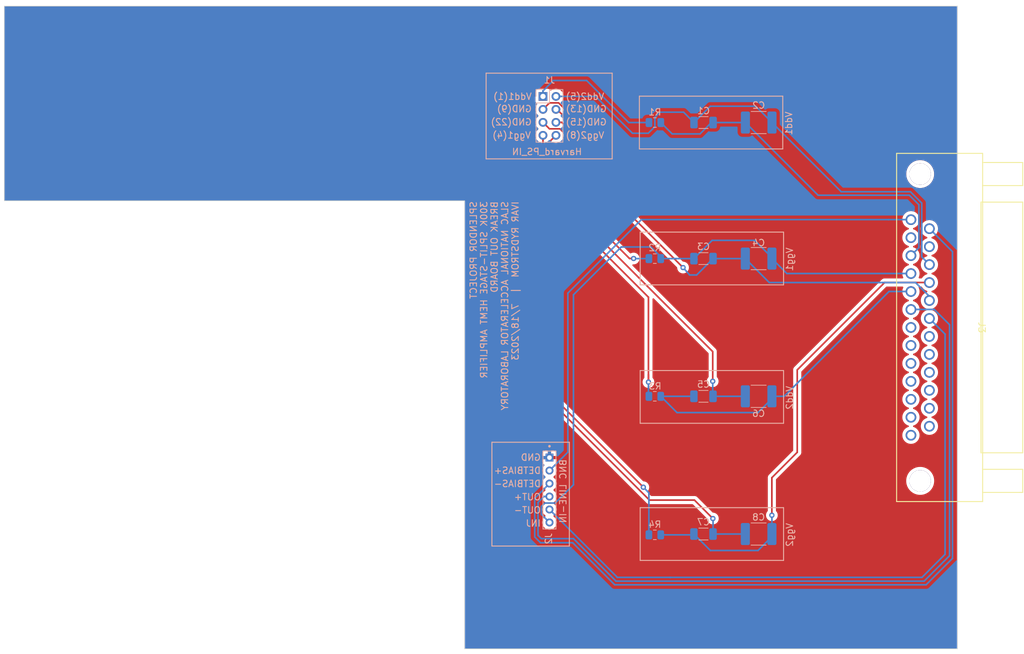
<source format=kicad_pcb>
(kicad_pcb (version 20221018) (generator pcbnew)

  (general
    (thickness 1.6)
  )

  (paper "A4")
  (title_block
    (title "300K SPLIT-STAGE HEMT AMPLIFIER BREAK OUT BOARD")
    (date "2023-07-18")
    (rev "V3.0")
    (company "SPLENDOR PROJECT")
    (comment 1 "IVAR RYDSTROM")
    (comment 2 "SLAC NATIONAL ACCELERATOR LABORATORY")
  )

  (layers
    (0 "F.Cu" signal)
    (31 "B.Cu" signal)
    (32 "B.Adhes" user "B.Adhesive")
    (33 "F.Adhes" user "F.Adhesive")
    (34 "B.Paste" user)
    (35 "F.Paste" user)
    (36 "B.SilkS" user "B.Silkscreen")
    (37 "F.SilkS" user "F.Silkscreen")
    (38 "B.Mask" user)
    (39 "F.Mask" user)
    (40 "Dwgs.User" user "User.Drawings")
    (41 "Cmts.User" user "User.Comments")
    (42 "Eco1.User" user "User.Eco1")
    (43 "Eco2.User" user "User.Eco2")
    (44 "Edge.Cuts" user)
    (45 "Margin" user)
    (46 "B.CrtYd" user "B.Courtyard")
    (47 "F.CrtYd" user "F.Courtyard")
    (48 "B.Fab" user)
    (49 "F.Fab" user)
    (50 "User.1" user)
    (51 "User.2" user)
    (52 "User.3" user)
    (53 "User.4" user)
    (54 "User.5" user)
    (55 "User.6" user)
    (56 "User.7" user)
    (57 "User.8" user)
    (58 "User.9" user)
  )

  (setup
    (pad_to_mask_clearance 0)
    (pcbplotparams
      (layerselection 0x00010fc_ffffffff)
      (plot_on_all_layers_selection 0x0000000_00000000)
      (disableapertmacros false)
      (usegerberextensions false)
      (usegerberattributes true)
      (usegerberadvancedattributes true)
      (creategerberjobfile true)
      (dashed_line_dash_ratio 12.000000)
      (dashed_line_gap_ratio 3.000000)
      (svgprecision 4)
      (plotframeref false)
      (viasonmask false)
      (mode 1)
      (useauxorigin false)
      (hpglpennumber 1)
      (hpglpenspeed 20)
      (hpglpendiameter 15.000000)
      (dxfpolygonmode true)
      (dxfimperialunits true)
      (dxfusepcbnewfont true)
      (psnegative false)
      (psa4output false)
      (plotreference true)
      (plotvalue false)
      (plotinvisibletext false)
      (sketchpadsonfab false)
      (subtractmaskfromsilk false)
      (outputformat 1)
      (mirror false)
      (drillshape 0)
      (scaleselection 1)
      (outputdirectory "Gerbers/")
    )
  )

  (net 0 "")
  (net 1 "Net-(J1-Pin_2)")
  (net 2 "Net-(C1-Pad2)")
  (net 3 "Net-(J1-Pin_3)")
  (net 4 "Net-(C3-Pad2)")
  (net 5 "Net-(J1-Pin_6)")
  (net 6 "Net-(C5-Pad2)")
  (net 7 "Net-(J1-Pin_7)")
  (net 8 "Net-(J3-P17)")
  (net 9 "Net-(J1-Pin_1)")
  (net 10 "Net-(J1-Pin_4)")
  (net 11 "Net-(J1-Pin_5)")
  (net 12 "Net-(J1-Pin_8)")
  (net 13 "GND")
  (net 14 "Net-(J2-Pad2)")
  (net 15 "Net-(J3-P14)")
  (net 16 "Net-(J2-Pad4)")
  (net 17 "Net-(J3-P19)")
  (net 18 "unconnected-(J3-Pad2)")
  (net 19 "unconnected-(J3-Pad7)")
  (net 20 "unconnected-(J3-Pad8)")
  (net 21 "unconnected-(J3-Pad9)")
  (net 22 "unconnected-(J3-Pad10)")
  (net 23 "unconnected-(J3-Pad11)")
  (net 24 "unconnected-(J3-Pad12)")
  (net 25 "unconnected-(J3-Pad13)")
  (net 26 "unconnected-(J3-P15-Pad15)")
  (net 27 "unconnected-(J3-P20-Pad20)")
  (net 28 "unconnected-(J3-P21-Pad21)")
  (net 29 "unconnected-(J3-P22-Pad22)")
  (net 30 "unconnected-(J3-P23-Pad23)")
  (net 31 "unconnected-(J3-P24-Pad24)")
  (net 32 "unconnected-(J3-P25-Pad25)")

  (footprint "lib:CONN_5747846-4_TYC" (layer "F.Cu") (at 235.6612 99.53 -90))

  (footprint "Resistor_SMD:R_0805_2012Metric" (layer "B.Cu") (at 185.259 110.1435))

  (footprint "Capacitor_SMD:C_1812_4532Metric" (layer "B.Cu") (at 201.269 67.945 180))

  (footprint "Capacitor_SMD:C_1206_3216Metric" (layer "B.Cu") (at 192.769 67.945))

  (footprint "Resistor_SMD:R_0805_2012Metric" (layer "B.Cu") (at 185.259 88.9165))

  (footprint "Resistor_SMD:R_0805_2012Metric" (layer "B.Cu") (at 185.259 131.4975))

  (footprint "Resistor_SMD:R_0805_2012Metric" (layer "B.Cu") (at 185.269 67.945))

  (footprint "Capacitor_SMD:C_1206_3216Metric" (layer "B.Cu") (at 192.759 110.1435 180))

  (footprint "Capacitor_SMD:C_1206_3216Metric" (layer "B.Cu") (at 192.759 88.9165 180))

  (footprint "Connector_PinSocket_2.00mm:PinSocket_2x04_P2.00mm_Vertical" (layer "B.Cu") (at 168.021 63.91475 180))

  (footprint "Capacitor_SMD:C_1206_3216Metric" (layer "B.Cu") (at 192.759 131.3705 180))

  (footprint "lib:MILL-MAX_830-10-006-10-005000" (layer "B.Cu") (at 169.021 124.587 -90))

  (footprint "Capacitor_SMD:C_1812_4532Metric" (layer "B.Cu") (at 201.259 88.9165))

  (footprint "Capacitor_SMD:C_1812_4532Metric" (layer "B.Cu") (at 201.259 131.3705))

  (footprint "Capacitor_SMD:C_1812_4532Metric" (layer "B.Cu") (at 201.259 110.1435))

  (gr_line (start 205.105 135.4345) (end 205.105 127.3065)
    (stroke (width 0.15) (type default)) (layer "B.SilkS") (tstamp 00f0b37a-796f-45b5-9e24-6f9d1ba5c0a9))
  (gr_line (start 172.085 133.223) (end 160.147 133.223)
    (stroke (width 0.15) (type default)) (layer "B.SilkS") (tstamp 267037ba-9b65-4115-8ebf-faca6e146832))
  (gr_line (start 183.007 127.3065) (end 205.105 127.3065)
    (stroke (width 0.15) (type default)) (layer "B.SilkS") (tstamp 2ae43855-b9ca-4307-a190-fbc5d9c232ea))
  (gr_line (start 159.258 60.33475) (end 178.689 60.33475)
    (stroke (width 0.15) (type default)) (layer "B.SilkS") (tstamp 2b3c698e-7525-46ea-af6f-f6a11421faf2))
  (gr_line (start 205.105 92.964) (end 205.105 84.836)
    (stroke (width 0.15) (type default)) (layer "B.SilkS") (tstamp 2fb379be-0723-41f1-a15a-a370f2f79643))
  (gr_line (start 183.007 92.964) (end 205.105 92.964)
    (stroke (width 0.15) (type default)) (layer "B.SilkS") (tstamp 3384d3b4-02de-4b63-9126-ef89892cf7af))
  (gr_line (start 159.258 73.54275) (end 159.258 60.33475)
    (stroke (width 0.15) (type default)) (layer "B.SilkS") (tstamp 42f06d55-9cd8-4cb7-930a-17b4ac350476))
  (gr_line (start 182.88 63.881) (end 204.978 63.881)
    (stroke (width 0.15) (type default)) (layer "B.SilkS") (tstamp 4a8d12df-805e-43fb-bbcc-6de6aaf9267b))
  (gr_line (start 183.007 114.3) (end 183.007 106.172)
    (stroke (width 0.15) (type default)) (layer "B.SilkS") (tstamp 5735c40a-c126-4874-89f0-505aeda4b6ea))
  (gr_line (start 183.007 106.172) (end 205.105 106.172)
    (stroke (width 0.15) (type default)) (layer "B.SilkS") (tstamp 6ee67510-3508-4a92-a102-244f86991039))
  (gr_line (start 172.085 117.221) (end 160.147 117.221)
    (stroke (width 0.15) (type default)) (layer "B.SilkS") (tstamp 6f3c15c6-f9f5-4deb-b5ae-5d5b43770d9c))
  (gr_line (start 183.007 135.4345) (end 183.007 127.3065)
    (stroke (width 0.15) (type default)) (layer "B.SilkS") (tstamp 73dac5ea-6ceb-4691-b58e-cffa1d91e1c3))
  (gr_line (start 183.007 92.964) (end 183.007 84.836)
    (stroke (width 0.15) (type default)) (layer "B.SilkS") (tstamp 8b65998b-82d5-40fe-9e48-e53f97b09692))
  (gr_line (start 159.258 73.54275) (end 178.689 73.54275)
    (stroke (width 0.15) (type default)) (layer "B.SilkS") (tstamp 8bc58ad4-301c-4161-bcda-3a86310d9b82))
  (gr_line (start 182.88 72.009) (end 204.978 72.009)
    (stroke (width 0.15) (type default)) (layer "B.SilkS") (tstamp a2734c81-fb7c-4d05-8e01-376f1ec3da6a))
  (gr_line (start 178.689 73.54275) (end 178.689 60.33475)
    (stroke (width 0.15) (type default)) (layer "B.SilkS") (tstamp a8d70502-cd04-4594-b7ac-be2c76f85d57))
  (gr_line (start 182.88 72.009) (end 182.88 63.881)
    (stroke (width 0.15) (type default)) (layer "B.SilkS") (tstamp aa680e44-5dd7-4fe3-b710-b2a6b20f9ba9))
  (gr_line (start 172.085 133.223) (end 172.085 117.221)
    (stroke (width 0.15) (type default)) (layer "B.SilkS") (tstamp bb24ac4a-d201-4d75-ab49-fe7f80dada24))
  (gr_line (start 183.007 135.4345) (end 205.105 135.4345)
    (stroke (width 0.15) (type default)) (layer "B.SilkS") (tstamp c0547fd5-4b81-4f60-a457-a1955c659433))
  (gr_line (start 205.105 114.3) (end 205.105 106.172)
    (stroke (width 0.15) (type default)) (layer "B.SilkS") (tstamp c3302d5e-ac3f-4df5-a896-5a89c7bf46d5))
  (gr_line (start 183.007 84.836) (end 205.105 84.836)
    (stroke (width 0.15) (type default)) (layer "B.SilkS") (tstamp d34a979c-03ba-4053-91c7-6d340eaf87b1))
  (gr_line (start 204.978 72.009) (end 204.978 63.881)
    (stroke (width 0.15) (type default)) (layer "B.SilkS") (tstamp da79a1da-4f2f-4370-8481-0ae20b2e4c26))
  (gr_line (start 160.147 133.223) (end 160.147 117.221)
    (stroke (width 0.15) (type default)) (layer "B.SilkS") (tstamp ecf7fde9-cc86-40e9-b331-d8dce655dede))
  (gr_line (start 183.007 114.3) (end 205.105 114.3)
    (stroke (width 0.15) (type default)) (layer "B.SilkS") (tstamp ff944391-b4a8-400c-bee8-a3605fe53c9a))
  (gr_line (start 85 50) (end 85 80)
    (stroke (width 0.1) (type default)) (layer "Edge.Cuts") (tstamp 6f10e355-2039-4d66-8b21-47500e3212cc))
  (gr_line (start 85 80) (end 155.946 80)
    (stroke (width 0.1) (type default)) (layer "Edge.Cuts") (tstamp 76b23f34-9936-430c-a868-b254407f0e55))
  (gr_line (start 155.946 149.06) (end 231.892 149.06)
    (stroke (width 0.1) (type default)) (layer "Edge.Cuts") (tstamp 8d8380b5-d930-4c02-b39a-2c7681050579))
  (gr_line (start 155.946 80) (end 155.946 149.06)
    (stroke (width 0.1) (type default)) (layer "Edge.Cuts") (tstamp 9fa31b52-e8b4-4cdb-a03a-b6d5b7aac78c))
  (gr_line (start 85 50) (end 231.892 50)
    (stroke (width 0.1) (type default)) (layer "Edge.Cuts") (tstamp cf3bff6c-b382-4497-ba49-6e41677800ba))
  (gr_line (start 231.892 149.06) (end 231.892 50)
    (stroke (width 0.1) (type default)) (layer "Edge.Cuts") (tstamp fa8610a7-f63c-4fc2-8056-acb7895032a2))
  (gr_text "Vgg2" (at 206.629 129.5925 90) (layer "B.SilkS") (tstamp 01630dd7-877e-45b5-9c32-e848a342d38e)
    (effects (font (size 1 1) (thickness 0.15)) (justify left bottom mirror))
  )
  (gr_text "Vgg2(8)" (at 177.546 70.48675) (layer "B.SilkS") (tstamp 0a1d32e7-aec5-4066-99c6-b271a327b694)
    (effects (font (size 1 1) (thickness 0.15)) (justify left bottom mirror))
  )
  (gr_text "DETBIAS-" (at 167.767 124.206) (layer "B.SilkS") (tstamp 114dca90-95b0-4b7d-a1b6-cb1f24bbb06f)
    (effects (font (size 1 1) (thickness 0.15)) (justify left bottom mirror))
  )
  (gr_text "Vdd2(5)" (at 177.546 64.51775) (layer "B.SilkS") (tstamp 33c3ffce-a265-41aa-a85a-98ffbefa89f1)
    (effects (font (size 1 1) (thickness 0.15)) (justify left bottom mirror))
  )
  (gr_text "Vgg1(4)\n" (at 166.243 70.48675) (layer "B.SilkS") (tstamp 3b53e9ea-97f6-407c-8441-3b745f9ac8d8)
    (effects (font (size 1 1) (thickness 0.15)) (justify left bottom mirror))
  )
  (gr_text "Vdd1" (at 206.502 66.167 90) (layer "B.SilkS") (tstamp 4be645e5-cdaa-4c2c-be8d-bee614fd089c)
    (effects (font (size 1 1) (thickness 0.15)) (justify left bottom mirror))
  )
  (gr_text "INJ" (at 167.767 130.302) (layer "B.SilkS") (tstamp 4e2d0e07-6c19-43ae-98be-9125cc483925)
    (effects (font (size 1 1) (thickness 0.15)) (justify left bottom mirror))
  )
  (gr_text "GND(9)" (at 166.37 66.42275) (layer "B.SilkS") (tstamp 560c1e2a-d34d-4a03-81ec-a99c0590d30b)
    (effects (font (size 1 1) (thickness 0.15)) (justify left bottom mirror))
  )
  (gr_text "OUT-" (at 167.767 128.27) (layer "B.SilkS") (tstamp 586e7ffd-c98e-401d-bd54-7718cc6b40de)
    (effects (font (size 1 1) (thickness 0.15)) (justify left bottom mirror))
  )
  (gr_text "SPLENDOR PROJECT\n300K SPLIT-STAGE HEMT AMPLIFIER\nBREAK OUT BOARD\nSLAC NATIONAL ACCELERATOR LABORATORY\nIVAR RYDSTROM  |  7/18/2023" (at 164.338 80.01 90) (layer "B.SilkS") (tstamp 5cb0e729-0421-4ded-87c7-4d9db4a1384a)
    (effects (font (size 1 1) (thickness 0.15)) (justify left bottom mirror))
  )
  (gr_text "DETBIAS+" (at 167.767 122.174) (layer "B.SilkS") (tstamp 5eee2ca3-30b7-4cf7-8f1f-87e842c6f995)
    (effects (font (size 1 1) (thickness 0.15)) (justify left bottom mirror))
  )
  (gr_text "GND(22)\n" (at 166.37 68.45475) (layer "B.SilkS") (tstamp 81f8474c-0ab9-4fac-8f3e-9baa77b6f7d2)
    (effects (font (size 1 1) (thickness 0.15)) (justify left bottom mirror))
  )
  (gr_text "GND(15)" (at 177.927 68.45475) (layer "B.SilkS") (tstamp 8cfa7c8a-b215-4adb-8b29-5295f22ceb5f)
    (effects (font (size 1 1) (thickness 0.15)) (justify left bottom mirror))
  )
  (gr_text "Vdd2" (at 206.629 108.458 90) (layer "B.SilkS") (tstamp 9fb1917b-3dfa-4c63-ba06-5ee33f6125e7)
    (effects (font (size 1 1) (thickness 0.15)) (justify left bottom mirror))
  )
  (gr_text "Vgg1" (at 206.629 87.122 90) (layer "B.SilkS") (tstamp befc2f2a-d33c-4542-8b77-aa00ba503399)
    (effects (font (size 1 1) (thickness 0.15)) (justify left bottom mirror))
  )
  (gr_text "Vdd1(1)" (at 166.37 64.51775) (layer "B.SilkS") (tstamp bfd70026-eee7-4f4c-903c-20f36bae207f)
    (effects (font (size 1 1) (thickness 0.15)) (justify left bottom mirror))
  )
  (gr_text "GND(13)" (at 177.927 66.42275) (layer "B.SilkS") (tstamp c0a63baa-d4b0-458c-8f84-b9cf8809f1ab)
    (effects (font (size 1 1) (thickness 0.15)) (justify left bottom mirror))
  )
  (gr_text "OUT+" (at 167.767 126.238) (layer "B.SilkS") (tstamp de26dd2f-d3cd-4260-83e5-21deecb577d2)
    (effects (font (size 1 1) (thickness 0.15)) (justify left bottom mirror))
  )
  (gr_text "GND" (at 167.767 120.142) (layer "B.SilkS") (tstamp ecf77f99-84ff-4672-9376-5c3ea53d6c97)
    (effects (font (size 1 1) (thickness 0.15)) (justify left bottom mirror))
  )
  (gr_text "BNC LINE-IN" (at 171.704 119.761 90) (layer "B.SilkS") (tstamp f37c6c56-7fa0-4024-9e99-975d41614e7c)
    (effects (font (size 1 1) (thickness 0.15)) (justify left bottom mirror))
  )
  (gr_text "Harvard_PS_IN" (at 174.117 73.03475) (layer "B.SilkS") (tstamp fcbdac56-9c44-4701-9455-302618707fe1)
    (effects (font (size 1 1) (thickness 0.15)) (justify left bottom mirror))
  )

  (segment (start 200.8124 65.4304) (end 193.8086 65.4304) (width 0.25) (layer "B.Cu") (net 1) (tstamp 08c6aacc-f3ea-4e92-8e54-bf9504af69e7))
  (segment (start 203.319 67.945) (end 203.319 67.937) (width 0.25) (layer "B.Cu") (net 1) (tstamp 0c1e44c4-a192-4aab-a6fa-3bf3b1ecd4a0))
  (segment (start 226.4084 88.6544) (end 227.584 89.83) (width 0.25) (layer "B.Cu") (net 1) (tstamp 16cf4cea-42b2-43b8-99ac-89416b5ffb59))
  (segment (start 213.987 78.613) (end 224.663 78.613) (width 0.25) (layer "B.Cu") (net 1) (tstamp 1f420a00-c5da-407d-af03-c1963ba87407))
  (segment (start 191.294 67.945) (end 189.6938 66.3448) (width 0.25) (layer "B.Cu") (net 1) (tstamp 4580d791-cf10-4bf6-a8a2-0459c4f01320))
  (segment (start 203.319 67.945) (end 213.987 78.613) (width 0.25) (layer "B.Cu") (net 1) (tstamp 694c21cb-3b6b-4019-824b-fa4d1182f1bb))
  (segment (start 224.663 78.613) (end 226.4084 80.3584) (width 0.25) (layer "B.Cu") (net 1) (tstamp 7bb3d982-6fcc-4b63-8c56-76bcf997701d))
  (segment (start 185.2676 67.1576) (end 185.2676 68.58) (width 0.25) (layer "B.Cu") (net 1) (tstamp 7ccd4a51-d432-46e0-98a7-1480b2a4239a))
  (segment (start 184.2516 69.596) (end 181.8132 69.596) (width 0.25) (layer "B.Cu") (net 1) (tstamp 805b0313-25e5-41e9-b473-aae1b475e6b8))
  (segment (start 203.319 67.937) (end 200.8124 65.4304) (width 0.25) (layer "B.Cu") (net 1) (tstamp 89a615e4-bf0d-4a6a-93c2-0c297031d705))
  (segment (start 181.8132 69.596) (end 176.13195 63.91475) (width 0.25) (layer "B.Cu") (net 1) (tstamp 9d7941d2-2be4-4944-b56b-45fd917cddb1))
  (segment (start 226.4084 80.3584) (end 226.4084 88.6544) (width 0.25) (layer "B.Cu") (net 1) (tstamp 9f65f74c-eee2-4b1a-959f-731c0c823345))
  (segment (start 189.6938 66.3448) (end 186.0804 66.3448) (width 0.25) (layer "B.Cu") (net 1) (tstamp a1d43780-262a-4cb5-a130-99bf99ad0b86))
  (segment (start 193.8086 65.4304) (end 191.294 67.945) (width 0.25) (layer "B.Cu") (net 1) (tstamp a715950b-834b-4f40-9b5d-0b8e05a2231d))
  (segment (start 176.13195 63.91475) (end 170.021 63.91475) (width 0.25) (layer "B.Cu") (net 1) (tstamp ae0daccf-62c7-4a97-962e-c375cf4d35b1))
  (segment (start 186.0804 66.3448) (end 185.2676 67.1576) (width 0.25) (layer "B.Cu") (net 1) (tstamp cfe7b6d0-e14e-4771-bacd-a84c679fff9b))
  (segment (start 185.2676 68.58) (end 184.2516 69.596) (width 0.25) (layer "B.Cu") (net 1) (tstamp e9a8a415-207f-4502-acdf-2d21376c3110))
  (segment (start 187.9341 69.6976) (end 186.1815 67.945) (width 0.25) (layer "B.Cu") (net 2) (tstamp 0ab33b79-6338-4cf5-9a62-dadb6c9e6bef))
  (segment (start 192.2272 69.6976) (end 187.9341 69.6976) (width 0.25) (layer "B.Cu") (net 2) (tstamp 3c50be66-2883-4dfa-8ef3-fb7254f4e284))
  (segment (start 224.4852 79.1464) (end 225.9584 80.6196) (width 0.25) (layer "B.Cu") (net 2) (tstamp 4e0c79cd-5727-4145-9ecf-e961c4184323))
  (segment (start 225.9584 87.2306) (end 224.744 88.445) (width 0.25) (layer "B.Cu") (net 2) (tstamp 65d521b5-be07-4d14-8241-835c93c62284))
  (segment (start 193.9798 67.945) (end 192.2272 69.6976) (width 0.25) (layer "B.Cu") (net 2) (tstamp 7718f460-fc28-41f8-9379-a212438c28e6))
  (segment (start 225.9584 80.6196) (end 225.9584 87.2306) (width 0.25) (layer "B.Cu") (net 2) (tstamp 8727857c-7a41-4670-8ab3-896ba81373b7))
  (segment (start 199.219 67.945) (end 210.4204 79.1464) (width 0.25) (layer "B.Cu") (net 2) (tstamp 9f32022d-537e-4138-b31b-f5b7c12be439))
  (segment (start 194.244 67.945) (end 193.9798 67.945) (width 0.25) (layer "B.Cu") (net 2) (tstamp c1e4c466-6117-4d19-ad00-8357166d5c92))
  (segment (start 199.219 67.945) (end 194.244 67.945) (width 0.25) (layer "B.Cu") (net 2) (tstamp de152852-2c83-4993-bf72-eb2266285138))
  (segment (start 210.4204 79.1464) (end 224.4852 79.1464) (width 0.25) (layer "B.Cu") (net 2) (tstamp ede27de7-0869-4a66-a3fc-484f089cd0ac))
  (segment (start 189.611 90.297) (end 179.197 79.883) (width 0.25) (layer "F.Cu") (net 3) (tstamp 1e3b9600-2156-4da2-87c0-9e415320b378))
  (segment (start 179.197 73.676536) (end 170.435214 64.91475) (width 0.25) (layer "F.Cu") (net 3) (tstamp acf6d558-95dc-4fe7-b68c-aaef8aaaae38))
  (segment (start 179.197 79.883) (end 179.197 73.676536) (width 0.25) (layer "F.Cu") (net 3) (tstamp ad296536-55af-45fe-a8be-87e94e678365))
  (segment (start 169.021 64.91475) (end 168.021 65.91475) (width 0.25) (layer "F.Cu") (net 3) (tstamp db177356-0df1-40c4-9e55-7f657f91c2e7))
  (segment (start 170.435214 64.91475) (end 169.021 64.91475) (width 0.25) (layer "F.Cu") (net 3) (tstamp f7728596-85af-4526-96b7-81ba4e348699))
  (via (at 189.611 90.297) (size 0.8) (drill 0.4) (layers "F.Cu" "B.Cu") (net 3) (tstamp 1e096275-73cc-4b24-b73b-28ddbd58c0f1))
  (segment (start 202.9009 92.6084) (end 199.209 88.9165) (width 0.25) (layer "B.Cu") (net 3) (tstamp 2e303c5f-4aa6-4a20-ac72-3c7cc524b450))
  (segment (start 225.4504 92.6084) (end 202.9009 92.6084) (width 0.25) (layer "B.Cu") (net 3) (tstamp 499ac953-9237-4df4-8f80-1c045d393eb4))
  (segment (start 191.7105 91.44) (end 190.627 91.44) (width 0.25) (layer "B.Cu") (net 3) (tstamp 589098b2-96ed-49c9-9d56-50961e96f492))
  (segment (start 189.611 90.297) (end 189.611 90.424) (width 0.25) (layer "B.Cu") (net 3) (tstamp 591f466b-4b8d-45c0-b404-8863df9e4b65))
  (segment (start 190.627 91.44) (end 189.611 90.297) (width 0.25) (layer "B.Cu") (net 3) (tstamp 65bcf37a-632a-48ae-9c02-da33416181b7))
  (segment (start 194.234 88.9165) (end 191.7105 91.44) (width 0.25) (layer "B.Cu") (net 3) (tstamp 764a8943-65ac-4c65-94fe-df790201ce42))
  (segment (start 194.234 88.9165) (end 199.209 88.9165) (width 0.25) (layer "B.Cu") (net 3) (tstamp ae4cf827-fbe9-4670-8a14-2b2396d4652c))
  (segment (start 227.584 95.37) (end 227.584 94.742) (width 0.25) (layer "B.Cu") (net 3) (tstamp c0f74665-37b9-49de-9cf6-71fe844737cb))
  (segment (start 227.584 94.742) (end 225.4504 92.6084) (width 0.25) (layer "B.Cu") (net 3) (tstamp cc65d6e5-7107-47f5-963e-d5346f00e837))
  (segment (start 168.3004 126.5936) (end 167.767 127.127) (width 0.25) (layer "B.Cu") (net 4) (tstamp 01136936-4b00-4e9f-a29f-8aba2499356f))
  (segment (start 200.66 86.106) (end 194.0945 86.106) (width 0.25) (layer "B.Cu") (net 4) (tstamp 046c2be8-37cc-435e-9c63-18695cf744dd))
  (segment (start 205.6075 91.215) (end 203.309 88.9165) (width 0.25) (layer "B.Cu") (net 4) (tstamp 0b7e6ed4-600f-48f8-a584-14e81dfcb722))
  (segment (start 191.284 88.9165) (end 191.6595 88.9165) (width 0.25) (layer "B.Cu") (net 4) (tstamp 1040b554-0948-4d2f-9f50-69bb43f80466))
  (segment (start 191.284 88.9165) (end 186.1715 88.9165) (width 0.25) (layer "B.Cu") (net 4) (tstamp 137990c5-2979-48bb-9483-f77ba447ce2d))
  (segment (start 191.6595 88.9165) (end 191.77 89.027) (width 0.25) (layer "B.Cu") (net 4) (tstamp 229cc1fc-4bc6-4df4-a1c0-7f26a58efb3b))
  (segment (start 172.72 123.7742) (end 169.9006 126.5936) (width 0.25) (layer "B.Cu") (net 4) (tstamp 5879380a-be53-47ea-b51c-38f45fdc2b81))
  (segment (start 180.086 87.122) (end 172.72 94.488) (width 0.25) (layer "B.Cu") (net 4) (tstamp 68ad9324-0fb6-4c8a-b577-1b19bf3ae9a2))
  (segment (start 203.309 88.9165) (end 203.309 88.755) (width 0.25) (layer "B.Cu") (net 4) (tstamp 6d2ace00-8681-43f6-a50a-8069fbff98ef))
  (segment (start 224.744 91.215) (end 205.6075 91.215) (width 0.25) (layer "B.Cu") (net 4) (tstamp 6fe6c527-66a9-490b-9573-228b5424d23f))
  (segment (start 184.658 87.122) (end 180.086 87.122) (width 0.25) (layer "B.Cu") (net 4) (tstamp 82920bdd-c53c-4640-9710-41fb6bf09d54))
  (segment (start 169.9006 126.5936) (end 168.3004 126.5936) (width 0.25) (layer "B.Cu") (net 4) (tstamp ac9d8974-be87-4b9d-9582-8a85c5c19614))
  (segment (start 172.72 94.488) (end 172.72 123.7742) (width 0.25) (layer "B.Cu") (net 4) (tstamp ae2a11c5-5241-423f-9c47-fca15139dcd9))
  (segment (start 203.309 88.755) (end 200.66 86.106) (width 0.25) (layer "B.Cu") (net 4) (tstamp af566490-12c5-438a-a021-b358484eb0a0))
  (segment (start 167.767 127.127) (end 167.767 128.333) (width 0.25) (layer "B.Cu") (net 4) (tstamp b82ed20c-0455-4eec-9377-fe87c8862508))
  (segment (start 167.767 128.333) (end 169.021 129.587) (width 0.25) (layer "B.Cu") (net 4) (tstamp ba411d3f-5d97-49e3-960f-871597f6aa20))
  (segment (start 186.1715 88.6355) (end 184.658 87.122) (width 0.25) (layer "B.Cu") (net 4) (tstamp c3fafc2a-039d-4aee-83d7-e5c90ac67c95))
  (segment (start 186.1715 88.9165) (end 186.1715 88.6355) (width 0.25) (layer "B.Cu") (net 4) (tstamp e9c03ca9-0629-44fd-8449-f739fc9eddce))
  (segment (start 194.0945 86.106) (end 191.284 88.9165) (width 0.25) (layer "B.Cu") (net 4) (tstamp fdc54232-fdf4-4a43-be1c-377952874d41))
  (segment (start 194.183 103.251) (end 177.546 86.614) (width 0.25) (layer "F.Cu") (net 5) (tstamp 0ae1d2b5-4c29-4654-a92d-eac1b396722b))
  (segment (start 170.91175 67.91475) (end 170.021 67.91475) (width 0.25) (layer "F.Cu") (net 5) (tstamp 119ac20a-ef49-4ded-b725-162b410c31e1))
  (segment (start 177.546 74.549) (end 170.91175 67.91475) (width 0.25) (layer "F.Cu") (net 5) (tstamp 92da4164-a038-4b8c-89af-7779d46097fa))
  (segment (start 177.546 86.614) (end 177.546 74.549) (width 0.25) (layer "F.Cu") (net 5) (tstamp 93f58528-4269-4fc4-8691-a2bfa0d6a713))
  (segment (start 194.183 107.823) (end 194.183 103.251) (width 0.25) (layer "F.Cu") (net 5) (tstamp f6192913-0816-414f-9e6a-6dfa45d1a400))
  (via (at 194.183 107.823) (size 0.8) (drill 0.4) (layers "F.Cu" "B.Cu") (net 5) (tstamp f902f1db-0448-4849-bd25-2be64e417ab7))
  (segment (start 199.209 110.1435) (end 194.234 110.1435) (width 0.25) (layer "B.Cu") (net 5) (tstamp 4f6f3010-7c5c-4897-ae13-54d7a3cdbaed))
  (segment (start 194.183 107.823) (end 194.183 110.0925) (width 0.25) (layer "B.Cu") (net 5) (tstamp 6ad03404-42c6-42ac-a437-604ef10e0f76))
  (segment (start 194.183 110.0925) (end 194.234 110.1435) (width 0.25) (layer "B.Cu") (net 5) (tstamp 8483c990-487d-4115-b424-07c49f5cec43))
  (segment (start 221.356 93.985) (end 224.744 93.985) (width 0.25) (layer "B.Cu") (net 6) (tstamp 07b53371-7590-467a-b365-7ea517239700))
  (segment (start 205.1975 110.1435) (end 221.356 93.985) (width 0.25) (layer "B.Cu") (net 6) (tstamp 0d0f2ea0-8f4e-484c-b665-c88a43a32cee))
  (segment (start 201.168 112.649) (end 203.309 110.508) (width 0.25) (layer "B.Cu") (net 6) (tstamp 4bef963b-63ca-4f63-8585-894348d09108))
  (segment (start 203.309 110.1435) (end 205.1975 110.1435) (width 0.25) (layer "B.Cu") (net 6) (tstamp 6602b9b4-1f56-4d72-893e-8cdbb6ecbdd0))
  (segment (start 188.677 112.649) (end 201.168 112.649) (width 0.25) (layer "B.Cu") (net 6) (tstamp 66ac942d-3876-40de-a9e4-24d89c07aa0b))
  (segment (start 186.1715 110.1435) (end 188.677 112.649) (width 0.25) (layer "B.Cu") (net 6) (tstamp 75f839fe-4dd3-47de-8d07-7543c02b4864))
  (segment (start 203.309 110.508) (end 203.309 110.1435) (width 0.25) (layer "B.Cu") (net 6) (tstamp 90a58a32-0ade-490e-a0a8-73e1168752c7))
  (segment (start 186.1715 110.1435) (end 191.284 110.1435) (width 0.25) (layer "B.Cu") (net 6) (tstamp e719e006-c9bd-4ff1-b928-b280f968d75d))
  (segment (start 168.021 109.728) (end 184.4294 126.1364) (width 0.25) (layer "F.Cu") (net 7) (tstamp 04b56dee-d3de-4e07-a627-72425868b53a))
  (segment (start 168.021 69.91475) (end 168.021 109.728) (width 0.25) (layer "F.Cu") (net 7) (tstamp 143f9ff3-0c73-4e3b-8425-e2897c08b388))
  (segment (start 194.2084 128.9812) (end 191.3636 126.1364) (width 0.25) (layer "F.Cu") (net 7) (tstamp 60a32aa2-89f3-4074-898b-6093990086f6))
  (segment (start 191.3636 126.1364) (end 184.4294 126.1364) (width 0.25) (layer "F.Cu") (net 7) (tstamp 7234b223-767c-42eb-b78d-58bde083226c))
  (via (at 194.2084 128.9812) (size 0.8) (drill 0.4) (layers "F.Cu" "B.Cu") (net 7) (tstamp 590d9f07-bdfb-475f-b1a0-488edc665948))
  (segment (start 194.2084 129.0828) (end 194.2084 128.9812) (width 0.25) (layer "B.Cu") (net 7) (tstamp 16170a3b-d265-4445-83a7-ded102ccbc39))
  (segment (start 199.209 131.3705) (end 194.234 131.3705) (width 0.25) (layer "B.Cu") (net 7) (tstamp 300d30c1-1199-44cb-b02d-a6e3ee7f58bc))
  (segment (start 194.234 129.0572) (end 194.2084 129.0828) (width 0.25) (layer "B.Cu") (net 7) (tstamp 897554fa-9211-4825-811e-16ceb488b303))
  (segment (start 194.234 131.3705) (end 194.234 129.0572) (width 0.25) (layer "B.Cu") (net 7) (tstamp 8f93dbb1-33e5-42cc-b9fc-d79cdbc4a1ad))
  (segment (start 194.2084 128.9812) (end 194.31 128.9812) (width 0.25) (layer "B.Cu") (net 7) (tstamp d08732ab-304e-4c66-855a-d923426d3cfb))
  (segment (start 194.31 128.9812) (end 194.2592 129.032) (width 0.25) (layer "B.Cu") (net 7) (tstamp f44997ae-ce82-43ad-94d6-999454fef18c))
  (segment (start 203.3016 128.4732) (end 203.3016 122.682) (width 0.25) (layer "F.Cu") (net 8) (tstamp 092889c4-d309-4c2d-9423-aa7ac20ba9fc))
  (segment (start 207.2132 118.7704) (end 207.2132 106.0704) (width 0.25) (layer "F.Cu") (net 8) (tstamp 12215204-bbbc-42dc-ad58-3d3fa426fb8e))
  (segment (start 207.2132 106.0704) (end 220.6836 92.6) (width 0.25) (layer "F.Cu") (net 8) (tstamp 3204c0ae-12ee-4c45-97db-aed32845fb4c))
  (segment (start 203.3016 122.682) (end 207.2132 118.7704) (width 0.25) (layer "F.Cu") (net 8) (tstamp 7eba5c49-a6c1-466a-b641-ac258380badf))
  (segment (start 220.6836 92.6) (end 227.584 92.6) (width 0.25) (layer "F.Cu") (net 8) (tstamp e3182d2e-92e8-44ee-90a3-5cf6b0c1aa74))
  (via (at 203.3016 128.4732) (size 0.8) (drill 0.4) (layers "F.Cu" "B.Cu") (net 8) (tstamp f072c7d4-e82d-49e2-b51c-3197c340566b))
  (segment (start 191.157 131.4975) (end 191.284 131.3705) (width 0.25) (layer "B.Cu") (net 8) (tstamp 0e8a8f42-e595-4474-80ec-2839d133177c))
  (segment (start 201.168 133.9088) (end 203.309 131.7678) (width 0.25) (layer "B.Cu") (net 8) (tstamp 12681955-3ef4-409d-8eac-c7fdcb090449))
  (segment (start 186.1715 131.4975) (end 191.157 131.4975) (width 0.25) (layer "B.Cu") (net 8) (tstamp 1d16bbaf-2d69-4736-8cfb-dbd25a507995))
  (segment (start 203.309 131.3705) (end 203.309 131.0714) (width 0.25) (layer "B.Cu") (net 8) (tstamp 3b2167ee-a1f4-480e-9d32-497648847b8f))
  (segment (start 193.8223 133.9088) (end 201.168 133.9088) (width 0.25) (layer "B.Cu") (net 8) (tstamp 41d13562-a325-4464-8cac-d37993527039))
  (segment (start 203.309 131.3705) (end 203.309 128.4806) (width 0.25) (layer "B.Cu") (net 8) (tstamp 4ad36007-6459-4233-8f16-ae7f7ca8c562))
  (segment (start 191.284 131.3705) (end 193.8223 133.9088) (width 0.25) (layer "B.Cu") (net 8) (tstamp 565a310e-76ac-4c90-a03e-b74bb477aeb2))
  (segment (start 203.309 131.7678) (end 203.309 131.3705) (width 0.25) (layer "B.Cu") (net 8) (tstamp ca922ca2-63b7-4ba6-adb8-df9f837f4792))
  (segment (start 203.309 128.4806) (end 203.3016 128.4732) (width 0.25) (layer "B.Cu") (net 8) (tstamp ecb7cf2e-5079-4494-94ef-6c2099e9530e))
  (segment (start 184.3565 67.945) (end 181.229 67.945) (width 0.25) (layer "B.Cu") (net 9) (tstamp 6f15a81b-fa99-4702-9f66-3f0237440c8f))
  (segment (start 168.021 63.0682) (end 168.021 63.91475) (width 0.25) (layer "B.Cu") (net 9) (tstamp 8c962f19-1752-4af2-9205-2d46890e6f2a))
  (segment (start 169.6212 61.468) (end 168.021 63.0682) (width 0.25) (layer "B.Cu") (net 9) (tstamp be3b1a91-a0a1-4a08-be6d-58d713b4a81e))
  (segment (start 174.752 61.468) (end 169.6212 61.468) (width 0.25) (layer "B.Cu") (net 9) (tstamp da48baff-b791-4d73-b278-0cc208c25208))
  (segment (start 181.229 67.945) (end 174.752 61.468) (width 0.25) (layer "B.Cu") (net 9) (tstamp f5cc2f28-b96c-4397-adde-25e6b152900f))
  (segment (start 170.021 65.91475) (end 170.18175 65.91475) (width 0.25) (layer "F.Cu") (net 10) (tstamp 1d35a318-dc59-49e2-a56e-74c446fb59fc))
  (segment (start 181.356 88.9) (end 181.991 88.9) (width 0.25) (layer "F.Cu") (net 10) (tstamp 293e5d9e-4e22-4586-8b26-9b1b55d8591b))
  (segment (start 178.308 74.041) (end 178.308 85.852) (width 0.25) (layer "F.Cu") (net 10) (tstamp 43e42ba8-2414-4f61-883c-104a066c0bf2))
  (segment (start 178.308 85.852) (end 181.356 88.9) (width 0.25) (layer "F.Cu") (net 10) (tstamp 4cdc8039-bc52-43bf-9921-2b2901d878b4))
  (segment (start 170.18175 65.91475) (end 178.308 74.041) (width 0.25) (layer "F.Cu") (net 10) (tstamp cdd4e61c-918e-4bbb-897b-285b39e7b80e))
  (segment (start 181.991 88.9) (end 181.864 88.9) (width 0.25) (layer "F.Cu") (net 10) (tstamp e3aca01e-9568-4631-9785-4c008482ae6e))
  (via (at 181.991 88.9) (size 0.8) (drill 0.4) (layers "F.Cu" "B.Cu") (net 10) (tstamp a6136bd5-b34c-4ba6-9045-17022eaa0274))
  (segment (start 184.3465 88.9165) (end 182.0075 88.9165) (width 0.25) (layer "B.Cu") (net 10) (tstamp 61e1f519-35e5-4422-bdc7-7a1895d78efe))
  (segment (start 182.0075 88.9165) (end 181.991 88.9) (width 0.25) (layer "B.Cu") (net 10) (tstamp cc99d3c8-5e93-4bf8-b988-95011c43c182))
  (segment (start 184.33 88.9) (end 184.3465 88.9165) (width 0.25) (layer "B.Cu") (net 10) (tstamp f6953d34-628a-4ded-8d30-d54c285c6704))
  (segment (start 169.021 68.91475) (end 168.021 67.91475) (width 0.25) (layer "F.Cu") (net 11) (tstamp 18dd1af7-9bd2-4497-9cef-aef5bbf503c6))
  (segment (start 184.277 107.95) (end 184.277 94.869) (width 0.25) (layer "F.Cu") (net 11) (tstamp 2560749c-64fd-49ba-a083-326d3564e4fe))
  (segment (start 176.53 74.803) (end 170.64175 68.91475) (width 0.25) (layer "F.Cu") (net 11) (tstamp 492b8473-ad1c-491b-a13a-f7db325785b7))
  (segment (start 184.277 107.95) (end 184.277 106.807) (width 0.25) (layer "F.Cu") (net 11) (tstamp 75bcff59-a2a5-41fa-a7eb-c00c5559695c))
  (segment (start 170.64175 68.91475) (end 169.021 68.91475) (width 0.25) (layer "F.Cu") (net 11) (tstamp 982eab35-fb69-4e1d-ae74-8979e3bf9d36))
  (segment (start 184.277 94.869) (end 176.53 87.122) (width 0.25) (layer "F.Cu") (net 11) (tstamp 9f4b46da-aef0-4cc0-8fb1-9e8bfa99a448))
  (segment (start 176.53 87.122) (end 176.53 74.803) (width 0.25) (layer "F.Cu") (net 11) (tstamp fb4cb4b6-b711-4085-98b8-c65ae124312a))
  (via (at 184.277 107.95) (size 0.8) (drill 0.4) (layers "F.Cu" "B.Cu") (net 11) (tstamp d2cdd1e3-4aeb-4f65-927c-5c359ac78eea))
  (segment (start 184.277 107.95) (end 184.277 110.074) (width 0.25) (layer "B.Cu") (net 11) (tstamp 8ca62301-f4e5-4d97-9bcd-53e35d794e7c))
  (segment (start 184.277 110.074) (end 184.3465 110.1435) (width 0.25) (layer "B.Cu") (net 11) (tstamp 97bac433-6dc1-4f5d-b32c-5681aa90bd7a))
  (segment (start 168.783 71.15275) (end 170.021 69.91475) (width 0.25) (layer "F.Cu") (net 12) (tstamp 1be62bb7-e5bf-4047-8192-0747a75b0354))
  (segment (start 183.4896 124.1552) (end 168.783 109.4486) (width 0.25) (layer "F.Cu") (net 12) (tstamp 6a3640ba-8303-4006-afba-9931a854067d))
  (segment (start 168.783 109.4486) (end 168.783 71.15275) (width 0.25) (layer "F.Cu") (net 12) (tstamp b87aedb3-e936-4764-92be-4d6899a70efb))
  (via (at 183.4896 124.1552) (size 0.8) (drill 0.4) (layers "F.Cu" "B.Cu") (net 12) (tstamp 4525cf10-15b2-4e12-8820-8ffc48c0de7d))
  (segment (start 183.4896 124.1552) (end 183.5404 124.206) (width 0.25) (layer "B.Cu") (net 12) (tstamp 0c5f0538-aa0f-49ae-9fd0-5a70da4b92e7))
  (segment (start 184.3465 125.0121) (end 183.4896 124.1552) (width 0.25) (layer "B.Cu") (net 12) (tstamp 12493bb2-3727-4a36-af88-68cc90965a58))
  (segment (start 184.3465 131.4975) (end 184.3465 125.0121) (width 0.25) (layer "B.Cu") (net 12) (tstamp 579d66be-c329-4c8c-8b28-c4cb32402444))
  (segment (start 183.1854 82.905) (end 171.8564 94.234) (width 0.25) (layer "B.Cu") (net 14) (tstamp 1c8ad4fd-2de8-4145-bfe8-ffdf2cc8b9cd))
  (segment (start 221.272 82.931) (end 221.298 82.905) (width 0.25) (layer "B.Cu") (net 14) (tstamp 6a27cecd-ff4f-460e-85b9-3eb6f93f48f1))
  (segment (start 224.744 82.905) (end 183.1854 82.905) (width 0.25) (layer "B.Cu") (net 14) (tstamp 6ce6c059-493a-4d2b-b433-ee6bf30a9f96))
  (segment (start 171.8564 118.7516) (end 169.021 121.587) (width 0.25) (layer "B.Cu") (net 14) (tstamp 81d8793a-b448-44cd-a7e5-c8f1acc39765))
  (segment (start 171.8564 94.234) (end 171.8564 118.7516) (width 0.25) (layer "B.Cu") (net 14) (tstamp c22c44e0-afc3-4066-8d7f-cc219ce6bc68))
  (segment (start 231.14 135.128) (end 227.076 139.192) (width 0.25) (layer "B.Cu") (net 15) (tstamp 17f6ab04-9b58-405a-a189-9cc8311d9e64))
  (segment (start 166.751 131.826) (end 166.751 125.857) (width 0.25) (layer "B.Cu") (net 15) (tstamp 308b5109-470f-4761-9275-96319da6642d))
  (segment (start 166.751 125.857) (end 169.021 123.587) (width 0.25) (layer "B.Cu") (net 15) (tstamp 362c2eda-8bc6-49c5-8a0b-8fc8dff751c1))
  (segment (start 172.593 132.715) (end 167.64 132.715) (width 0.25) (layer "B.Cu") (net 15) (tstamp 3b9edf55-71a2-416c-a32a-4469038ee721))
  (segment (start 227.584 84.29) (end 231.14 87.846) (width 0.25) (layer "B.Cu") (net 15) (tstamp 72b372e2-4706-44a2-b787-7f2da9be4f0b))
  (segment (start 231.14 87.846) (end 231.14 135.128) (width 0.25) (layer "B.Cu") (net 15) (tstamp 81d90dbe-a1c2-49e8-a9e6-bb4bbfe89079))
  (segment (start 227.076 139.192) (end 179.07 139.192) (width 0.25) (layer "B.Cu") (net 15) (tstamp 8d036697-1222-47ca-ad66-c559479e7183))
  (segment (start 179.07 139.192) (end 172.593 132.715) (width 0.25) (layer "B.Cu") (net 15) (tstamp aaebb8f3-3755-4460-a69a-5471309fefae))
  (segment (start 167.64 132.715) (end 166.751 131.826) (width 0.25) (layer "B.Cu") (net 15) (tstamp e84f0b42-e322-499c-8938-75b115418b78))
  (segment (start 167.767 132.08) (end 167.259 131.572) (width 0.25) (layer "B.Cu") (net 16) (tstamp 1c6d03d3-8b0d-482c-9a31-e5967214d9f0))
  (segment (start 168.159744 125.587) (end 169.021 125.587) (width 0.25) (layer "B.Cu") (net 16) (tstamp 1da0314f-a154-43de-9d16-2ec7da44279a))
  (segment (start 230.69 99.1108) (end 230.69 134.7144) (width 0.25) (layer "B.Cu") (net 16) (tstamp 3df444d7-f720-45cb-8edb-058a0386e178))
  (segment (start 179.2732 138.6332) (end 172.72 132.08) (width 0.25) (layer "B.Cu") (net 16) (tstamp 76631ce8-dcbd-473c-9373-91e3865960d7))
  (segment (start 167.259 131.572) (end 167.259 126.487744) (width 0.25) (layer "B.Cu") (net 16) (tstamp 98e63393-4761-482f-a6c5-2fb8c7e107bb))
  (segment (start 167.259 126.487744) (end 168.159744 125.587) (width 0.25) (layer "B.Cu") (net 16) (tstamp ae2ac177-4d52-4527-8c77-256a7140806e))
  (segment (start 172.72 132.08) (end 167.767 132.08) (width 0.25) (layer "B.Cu") (net 16) (tstamp b9a8f963-ab9e-4003-bfe2-d93523923d5c))
  (segment (start 226.7712 138.6332) (end 179.2732 138.6332) (width 0.25) (layer "B.Cu") (net 16) (tstamp dbe8e3f8-1f88-4f8d-a92f-44d48c5c07d9))
  (segment (start 228.3342 96.755) (end 230.69 99.1108) (width 0.25) (layer "B.Cu") (net 16) (tstamp e8941633-d5bd-4607-8cc8-deae6095e187))
  (segment (start 230.69 134.7144) (end 226.7712 138.6332) (width 0.25) (layer "B.Cu") (net 16) (tstamp ea2f6e00-0994-4d5c-b6a8-25a3b8e8a1be))
  (segment (start 224.744 96.755) (end 228.3342 96.755) (width 0.25) (layer "B.Cu") (net 16) (tstamp ed812b79-0efa-41e3-94e0-c0bbf31c1af1))
  (segment (start 226.441 138.049) (end 229.997 134.493) (width 0.25) (layer "B.Cu") (net 17) (tstamp 1d86d887-1070-4bbf-866c-166bdb4c0d39))
  (segment (start 179.451 138.017) (end 169.021 127.587) (width 0.25) (layer "B.Cu") (net 17) (tstamp 231d99f8-d8b3-4d56-9109-d361c6e692e5))
  (segment (start 229.9913 100.553) (end 227.584 98.1457) (width 0.25) (layer "B.Cu") (net 17) (tstamp 26b7f5f3-57ff-420f-a73d-d691e6eb7f2c))
  (segment (start 179.451 138.049) (end 179.451 138.017) (width 0.25) (layer "B.Cu") (net 17) (tstamp 444c888b-0224-414f-bce2-f8156c710bca))
  (segment (start 187.579 138.049) (end 226.441 138.049) (width 0.25) (layer "B.Cu") (net 17) (tstamp 4d7dc5ba-feea-4d95-99b8-76f11ddd5165))
  (segment (start 229.997 100.553) (end 229.9913 100.553) (width 0.25) (layer "B.Cu") (net 17) (tstamp 72953ca6-8b16-4291-97fa-ce57b3c4ac4a))
  (segment (start 229.997 134.493) (end 229.997 100.553) (width 0.25) (layer "B.Cu") (net 17) (tstamp a396e400-b34a-43c2-a916-5f0302764e3d))
  (segment (start 187.579 138.049) (end 187.706 138.049) (width 0.25) (layer "B.Cu") (net 17) (tstamp c0ce9ee7-5cc3-43ff-9bd5-7c5f0e8729a9))
  (segment (start 179.451 138.049) (end 187.579 138.049) (width 0.25) (layer "B.Cu") (net 17) (tstamp fe289fbb-b7ea-456e-954b-e23e158bf8cc))

  (zone (net 13) (net_name "GND") (layers "F&B.Cu") (tstamp 6e892ac7-72ae-4a9c-a5aa-7111656e6603) (hatch edge 0.5)
    (connect_pads (clearance 0.5))
    (min_thickness 0.25) (filled_areas_thickness no)
    (fill yes (thermal_gap 0.5) (thermal_bridge_width 0.5))
    (polygon
      (pts
        (xy 84.328 49.056392)
        (xy 232.74 49.08)
        (xy 232.74 149.918)
        (xy 155.143 149.918)
        (xy 155.143 80.449)
        (xy 84.328 80.449)
      )
    )
    (filled_polygon
      (layer "F.Cu")
      (pts
        (xy 231.834539 50.020185)
        (xy 231.880294 50.072989)
        (xy 231.8915 50.1245)
        (xy 231.8915 148.9355)
        (xy 231.871815 149.002539)
        (xy 231.819011 149.048294)
        (xy 231.7675 149.0595)
        (xy 156.0705 149.0595)
        (xy 156.003461 149.039815)
        (xy 155.957706 148.987011)
        (xy 155.9465 148.9355)
        (xy 155.9465 129.587)
        (xy 167.906746 129.587)
        (xy 167.925718 129.791742)
        (xy 167.925719 129.791745)
        (xy 167.981987 129.98951)
        (xy 167.98199 129.989516)
        (xy 168.073643 130.173579)
        (xy 168.197558 130.337668)
        (xy 168.349512 130.476192)
        (xy 168.349514 130.476194)
        (xy 168.524331 130.584436)
        (xy 168.524332 130.584436)
        (xy 168.524335 130.584438)
        (xy 168.71607 130.658717)
        (xy 168.91819 130.6965)
        (xy 168.918192 130.6965)
        (xy 169.123808 130.6965)
        (xy 169.12381 130.6965)
        (xy 169.32593 130.658717)
        (xy 169.517665 130.584438)
        (xy 169.692487 130.476193)
        (xy 169.844443 130.337667)
        (xy 169.968357 130.173579)
        (xy 170.06001 129.989515)
        (xy 170.06001 129.989512)
        (xy 170.060012 129.98951)
        (xy 170.11628 129.791745)
        (xy 170.116281 129.791742)
        (xy 170.118727 129.765351)
        (xy 170.135253 129.587)
        (xy 170.116281 129.382257)
        (xy 170.102648 129.334342)
        (xy 170.060012 129.184489)
        (xy 170.060009 129.184483)
        (xy 170.052526 129.169456)
        (xy 169.968357 129.000421)
        (xy 169.844443 128.836333)
        (xy 169.796847 128.792944)
        (xy 169.692487 128.697807)
        (xy 169.683794 128.692424)
        (xy 169.63716 128.640395)
        (xy 169.626058 128.571413)
        (xy 169.654013 128.507379)
        (xy 169.683801 128.48157)
        (xy 169.692487 128.476193)
        (xy 169.844443 128.337667)
        (xy 169.968357 128.173579)
        (xy 170.06001 127.989515)
        (xy 170.06001 127.989512)
        (xy 170.060012 127.98951)
        (xy 170.10764 127.822112)
        (xy 170.116281 127.791743)
        (xy 170.135253 127.587)
        (xy 170.116281 127.382257)
        (xy 170.108108 127.353535)
        (xy 170.060012 127.184489)
        (xy 170.060009 127.184483)
        (xy 169.968357 127.000421)
        (xy 169.844443 126.836333)
        (xy 169.692487 126.697807)
        (xy 169.683798 126.692427)
        (xy 169.637163 126.640402)
        (xy 169.626058 126.57142)
        (xy 169.654009 126.507385)
        (xy 169.683796 126.481573)
        (xy 169.692487 126.476193)
        (xy 169.844443 126.337667)
        (xy 169.968357 126.173579)
        (xy 170.06001 125.989515)
        (xy 170.06001 125.989512)
        (xy 170.060012 125.98951)
        (xy 170.11628 125.791745)
        (xy 170.116281 125.791742)
        (xy 170.135253 125.587)
        (xy 170.135253 125.586999)
        (xy 170.116281 125.382257)
        (xy 170.11628 125.382254)
        (xy 170.060012 125.184489)
        (xy 170.060009 125.184483)
        (xy 170.028222 125.120646)
        (xy 169.968357 125.000421)
        (xy 169.844443 124.836333)
        (xy 169.834784 124.827528)
        (xy 169.692487 124.697807)
        (xy 169.683794 124.692424)
        (xy 169.63716 124.640395)
        (xy 169.626058 124.571413)
        (xy 169.654013 124.507379)
        (xy 169.683801 124.48157)
        (xy 169.692487 124.476193)
        (xy 169.844443 124.337667)
        (xy 169.968357 124.173579)
        (xy 170.06001 123.989515)
        (xy 170.06001 123.989512)
        (xy 170.060012 123.98951)
        (xy 170.1052 123.830688)
        (xy 170.116281 123.791743)
        (xy 170.135253 123.587)
        (xy 170.131386 123.545273)
        (xy 170.116281 123.382257)
        (xy 170.11628 123.382254)
        (xy 170.060012 123.184489)
        (xy 170.060009 123.184483)
        (xy 170.056482 123.177399)
        (xy 169.968357 123.000421)
        (xy 169.844443 122.836333)
        (xy 169.817337 122.811623)
        (xy 169.692487 122.697807)
        (xy 169.683794 122.692424)
        (xy 169.63716 122.640395)
        (xy 169.626058 122.571413)
        (xy 169.654013 122.507379)
        (xy 169.683804 122.481569)
        (xy 169.692487 122.476193)
        (xy 169.844443 122.337667)
        (xy 169.968357 122.173579)
        (xy 170.06001 121.989515)
        (xy 170.06001 121.989512)
        (xy 170.060012 121.98951)
        (xy 170.109251 121.81645)
        (xy 170.116281 121.791743)
        (xy 170.135253 121.587)
        (xy 170.116281 121.382257)
        (xy 170.102784 121.33482)
        (xy 170.060012 121.184489)
        (xy 170.060009 121.184483)
        (xy 170.054736 121.173893)
        (xy 169.968357 121.000421)
        (xy 169.844443 120.836333)
        (xy 169.84444 120.83633)
        (xy 169.84058 120.832095)
        (xy 169.842478 120.830364)
        (xy 169.811884 120.780027)
        (xy 169.813635 120.71018)
        (xy 169.85287 120.652367)
        (xy 169.87177 120.639592)
        (xy 169.987187 120.55319)
        (xy 169.98719 120.553187)
        (xy 170.07335 120.438093)
        (xy 170.073354 120.438086)
        (xy 170.123596 120.303379)
        (xy 170.123598 120.303372)
        (xy 170.129999 120.243844)
        (xy 170.13 120.243827)
        (xy 170.13 119.837)
        (xy 169.273378 119.837)
        (xy 169.322304 119.783852)
        (xy 169.369896 119.675352)
        (xy 169.37968 119.557279)
        (xy 169.350595 119.442426)
        (xy 169.285794 119.34324)
        (xy 169.277777 119.337)
        (xy 170.13 119.337)
        (xy 170.13 118.930172)
        (xy 170.129999 118.930155)
        (xy 170.123598 118.870627)
        (xy 170.123596 118.87062)
        (xy 170.073354 118.735913)
        (xy 170.07335 118.735906)
        (xy 169.98719 118.620812)
        (xy 169.987187 118.620809)
        (xy 169.872093 118.534649)
        (xy 169.872086 118.534645)
        (xy 169.737379 118.484403)
        (xy 169.737372 118.484401)
        (xy 169.677844 118.478)
        (xy 169.271 118.478)
        (xy 169.271 119.331725)
        (xy 169.192298 119.270469)
        (xy 169.080239 119.232)
        (xy 168.991582 119.232)
        (xy 168.904138 119.246592)
        (xy 168.799939 119.302981)
        (xy 168.771 119.334417)
        (xy 168.771 118.478)
        (xy 168.364155 118.478)
        (xy 168.304627 118.484401)
        (xy 168.30462 118.484403)
        (xy 168.169913 118.534645)
        (xy 168.169906 118.534649)
        (xy 168.054812 118.620809)
        (xy 168.054809 118.620812)
        (xy 167.968649 118.735906)
        (xy 167.968645 118.735913)
        (xy 167.918403 118.87062)
        (xy 167.918401 118.870627)
        (xy 167.912 118.930155)
        (xy 167.912 119.337)
        (xy 168.768622 119.337)
        (xy 168.719696 119.390148)
        (xy 168.672104 119.498648)
        (xy 168.66232 119.616721)
        (xy 168.691405 119.731574)
        (xy 168.756206 119.83076)
        (xy 168.764223 119.837)
        (xy 167.912 119.837)
        (xy 167.912 120.243844)
        (xy 167.918401 120.303372)
        (xy 167.918403 120.303379)
        (xy 167.968645 120.438086)
        (xy 167.968649 120.438093)
        (xy 168.054809 120.553187)
        (xy 168.054812 120.55319)
        (xy 168.177011 120.644669)
        (xy 168.176211 120.645736)
        (xy 168.219133 120.688659)
        (xy 168.233984 120.756932)
        (xy 168.209566 120.822396)
        (xy 168.201063 120.83177)
        (xy 168.20142 120.832095)
        (xy 168.197559 120.83633)
        (xy 168.073643 121.00042)
        (xy 167.98199 121.184483)
        (xy 167.981987 121.184489)
        (xy 167.925719 121.382254)
        (xy 167.925718 121.382257)
        (xy 167.906746 121.586999)
        (xy 167.906746 121.587)
        (xy 167.925718 121.791742)
        (xy 167.925719 121.791745)
        (xy 167.981987 121.98951)
        (xy 167.98199 121.989516)
        (xy 168.047179 122.120433)
        (xy 168.073643 122.173579)
        (xy 168.148735 122.273017)
        (xy 168.197558 122.337668)
        (xy 168.34951 122.476191)
        (xy 168.349512 122.476192)
        (xy 168.349513 122.476193)
        (xy 168.358198 122.481571)
        (xy 168.404835 122.533595)
        (xy 168.415942 122.602576)
        (xy 168.387991 122.666612)
        (xy 168.358208 122.692422)
        (xy 168.349515 122.697805)
        (xy 168.349512 122.697807)
        (xy 168.197558 122.836331)
        (xy 168.073643 123.00042)
        (xy 167.98199 123.184483)
        (xy 167.981987 123.184489)
        (xy 167.925719 123.382254)
        (xy 167.925718 123.382257)
        (xy 167.906746 123.586999)
        (xy 167.906746 123.587)
        (xy 167.925718 123.791742)
        (xy 167.925719 123.791745)
        (xy 167.981987 123.98951)
        (xy 167.98199 123.989516)
        (xy 168.073643 124.173579)
        (xy 168.197558 124.337668)
        (xy 168.349512 124.476192)
        (xy 168.349517 124.476196)
        (xy 168.358202 124.481574)
        (xy 168.404838 124.533602)
        (xy 168.415941 124.602584)
        (xy 168.387987 124.666618)
        (xy 168.358202 124.692426)
        (xy 168.349517 124.697803)
        (xy 168.349512 124.697807)
        (xy 168.197558 124.836331)
        (xy 168.073643 125.00042)
        (xy 167.98199 125.184483)
        (xy 167.981987 125.184489)
        (xy 167.925719 125.382254)
        (xy 167.925718 125.382257)
        (xy 167.906746 125.586999)
        (xy 167.906746 125.587)
        (xy 167.925718 125.791742)
        (xy 167.925719 125.791745)
        (xy 167.981987 125.98951)
        (xy 167.98199 125.989516)
        (xy 168.073643 126.173579)
        (xy 168.197558 126.337668)
        (xy 168.34951 126.476191)
        (xy 168.349512 126.476192)
        (xy 168.349513 126.476193)
        (xy 168.358198 126.481571)
        (xy 168.404835 126.533595)
        (xy 168.415942 126.602576)
        (xy 168.387991 126.666612)
        (xy 168.358208 126.692422)
        (xy 168.349515 126.697805)
        (xy 168.349512 126.697807)
        (xy 168.197558 126.836331)
        (xy 168.073643 127.00042)
        (xy 167.98199 127.184483)
        (xy 167.981987 127.184489)
        (xy 167.925719 127.382254)
        (xy 167.925718 127.382257)
        (xy 167.906746 127.586999)
        (xy 167.906746 127.587)
        (xy 167.925718 127.791742)
        (xy 167.925719 127.791745)
        (xy 167.981987 127.98951)
        (xy 167.98199 127.989516)
        (xy 168.073643 128.173579)
        (xy 168.197558 128.337668)
        (xy 168.349512 128.476192)
        (xy 168.349517 128.476196)
        (xy 168.358202 128.481574)
        (xy 168.404838 128.533602)
        (xy 168.415941 128.602584)
        (xy 168.387987 128.666618)
        (xy 168.358202 128.692426)
        (xy 168.349517 128.697803)
        (xy 168.349512 128.697807)
        (xy 168.197558 128.836331)
        (xy 168.073643 129.00042)
        (xy 167.98199 129.184483)
        (xy 167.981987 129.184489)
        (xy 167.925719 129.382254)
        (xy 167.925718 129.382257)
        (xy 167.906746 129.586999)
        (xy 167.906746 129.587)
        (xy 155.9465 129.587)
        (xy 155.9465 80.024759)
        (xy 155.946528 80.024616)
        (xy 155.946524 80.024616)
        (xy 155.946539 80.000002)
        (xy 155.946541 80)
        (xy 155.946462 79.999808)
        (xy 155.946384 79.999618)
        (xy 155.946383 79.999617)
        (xy 155.946381 79.999616)
        (xy 155.94609 79.999496)
        (xy 155.946001 79.999459)
        (xy 155.921446 79.999459)
        (xy 155.92124 79.9995)
        (xy 85.1245 79.9995)
        (xy 85.057461 79.979815)
        (xy 85.011706 79.927011)
        (xy 85.0005 79.8755)
        (xy 85.0005 69.91475)
        (xy 166.840464 69.91475)
        (xy 166.860564 70.131668)
        (xy 166.920184 70.341212)
        (xy 167.017288 70.536222)
        (xy 167.148574 70.710074)
        (xy 167.287072 70.83633)
        (xy 167.309568 70.856838)
        (xy 167.336776 70.873684)
        (xy 167.383412 70.92571)
        (xy 167.3955 70.979111)
        (xy 167.3955 109.645255)
        (xy 167.393775 109.660872)
        (xy 167.394061 109.660899)
        (xy 167.393326 109.668666)
        (xy 167.395469 109.736846)
        (xy 167.3955 109.738793)
        (xy 167.3955 109.767343)
        (xy 167.395501 109.76736)
        (xy 167.396368 109.774231)
        (xy 167.396826 109.78005)
        (xy 167.39829 109.826624)
        (xy 167.398291 109.826627)
        (xy 167.40388 109.845867)
        (xy 167.407824 109.864911)
        (xy 167.410336 109.884791)
        (xy 167.42749 109.928119)
        (xy 167.429382 109.933647)
        (xy 167.442381 109.978388)
        (xy 167.45258 109.995634)
        (xy 167.461138 110.013103)
        (xy 167.468514 110.031732)
        (xy 167.495898 110.069423)
        (xy 167.499106 110.074307)
        (xy 167.522827 110.114416)
        (xy 167.522833 110.114424)
        (xy 167.53699 110.12858)
        (xy 167.549628 110.143376)
        (xy 167.561405 110.159586)
        (xy 167.561406 110.159587)
        (xy 167.597309 110.189288)
        (xy 167.60162 110.19321)
        (xy 179.858315 122.449906)
        (xy 183.928597 126.520188)
        (xy 183.938422 126.532451)
        (xy 183.938643 126.532269)
        (xy 183.943611 126.538274)
        (xy 183.993332 126.584966)
        (xy 183.994732 126.586323)
        (xy 184.014923 126.606515)
        (xy 184.014927 126.606518)
        (xy 184.014929 126.60652)
        (xy 184.020411 126.610773)
        (xy 184.024843 126.614557)
        (xy 184.058818 126.646462)
        (xy 184.076376 126.656114)
        (xy 184.092633 126.666793)
        (xy 184.108464 126.679073)
        (xy 184.128137 126.687586)
        (xy 184.151233 126.697582)
        (xy 184.156477 126.70015)
        (xy 184.197308 126.722597)
        (xy 184.209923 126.725835)
        (xy 184.216705 126.727577)
        (xy 184.235119 126.733881)
        (xy 184.253504 126.741838)
        (xy 184.299557 126.749132)
        (xy 184.305226 126.750306)
        (xy 184.350381 126.7619)
        (xy 184.370416 126.7619)
        (xy 184.389813 126.763426)
        (xy 184.409596 126.76656)
        (xy 184.455983 126.762175)
        (xy 184.461822 126.7619)
        (xy 191.053148 126.7619)
        (xy 191.120187 126.781585)
        (xy 191.140829 126.798219)
        (xy 193.269438 128.926828)
        (xy 193.302923 128.988151)
        (xy 193.305078 129.001547)
        (xy 193.305485 129.005416)
        (xy 193.322726 129.169456)
        (xy 193.322727 129.169459)
        (xy 193.381218 129.349477)
        (xy 193.381221 129.349484)
        (xy 193.475867 129.513416)
        (xy 193.542122 129.586999)
        (xy 193.602529 129.654088)
        (xy 193.755665 129.765348)
        (xy 193.75567 129.765351)
        (xy 193.928592 129.842342)
        (xy 193.928597 129.842344)
        (xy 194.113754 129.8817)
        (xy 194.113755 129.8817)
        (xy 194.303044 129.8817)
        (xy 194.303046 129.8817)
        (xy 194.488203 129.842344)
        (xy 194.66113 129.765351)
        (xy 194.814271 129.654088)
        (xy 194.940933 129.513416)
        (xy 195.035579 129.349484)
        (xy 195.094074 129.169456)
        (xy 195.11386 128.9812)
        (xy 195.094074 128.792944)
        (xy 195.035579 128.612916)
        (xy 194.954914 128.4732)
        (xy 202.39614 128.4732)
        (xy 202.415926 128.661456)
        (xy 202.415927 128.661459)
        (xy 202.474418 128.841477)
        (xy 202.474421 128.841484)
        (xy 202.569067 129.005416)
        (xy 202.695729 129.146088)
        (xy 202.848865 129.257348)
        (xy 202.84887 129.257351)
        (xy 203.021792 129.334342)
        (xy 203.021797 129.334344)
        (xy 203.206954 129.3737)
        (xy 203.206955 129.3737)
        (xy 203.396244 129.3737)
        (xy 203.396246 129.3737)
        (xy 203.581403 129.334344)
        (xy 203.75433 129.257351)
        (xy 203.907471 129.146088)
        (xy 204.034133 129.005416)
        (xy 204.128779 128.841484)
        (xy 204.187274 128.661456)
        (xy 204.20706 128.4732)
        (xy 204.187274 128.284944)
        (xy 204.128779 128.104916)
        (xy 204.034133 127.940984)
        (xy 203.958948 127.857483)
        (xy 203.928719 127.794493)
        (xy 203.927099 127.774524)
        (xy 203.927099 123.1774)
        (xy 224.005073 123.1774)
        (xy 224.005558 123.184485)
        (xy 224.009955 123.248778)
        (xy 224.0101 123.253011)
        (xy 224.0101 123.324571)
        (xy 224.019841 123.39545)
        (xy 224.020274 123.39966)
        (xy 224.025158 123.471044)
        (xy 224.025158 123.471045)
        (xy 224.039716 123.541107)
        (xy 224.040436 123.545278)
        (xy 224.050179 123.616161)
        (xy 224.069482 123.685054)
        (xy 224.070484 123.689167)
        (xy 224.085041 123.759217)
        (xy 224.085046 123.759233)
        (xy 224.109006 123.826654)
        (xy 224.110286 123.830688)
        (xy 224.129587 123.899572)
        (xy 224.158095 123.965207)
        (xy 224.159648 123.969146)
        (xy 224.183605 124.036554)
        (xy 224.183607 124.036559)
        (xy 224.216525 124.10009)
        (xy 224.218343 124.103913)
        (xy 224.246852 124.169543)
        (xy 224.284021 124.230666)
        (xy 224.286096 124.234357)
        (xy 224.319018 124.297892)
        (xy 224.319021 124.297897)
        (xy 224.360276 124.356342)
        (xy 224.362598 124.359883)
        (xy 224.399776 124.421019)
        (xy 224.399778 124.421021)
        (xy 224.399782 124.421027)
        (xy 224.422388 124.448814)
        (xy 224.444937 124.476531)
        (xy 224.447495 124.479904)
        (xy 224.46689 124.507379)
        (xy 224.488757 124.538357)
        (xy 224.488759 124.538359)
        (xy 224.488762 124.538363)
        (xy 224.537585 124.590639)
        (xy 224.540368 124.593831)
        (xy 224.578252 124.640395)
        (xy 224.585533 124.649344)
        (xy 224.585537 124.649348)
        (xy 224.58554 124.649351)
        (xy 224.637823 124.698181)
        (xy 224.640814 124.701171)
        (xy 224.689656 124.753467)
        (xy 224.745158 124.798622)
        (xy 224.74516 124.798623)
        (xy 224.748351 124.801406)
        (xy 224.800637 124.850237)
        (xy 224.800637 124.850238)
        (xy 224.800639 124.85024)
        (xy 224.800642 124.850242)
        (xy 224.859098 124.891505)
        (xy 224.862465 124.894059)
        (xy 224.917973 124.939218)
        (xy 224.917975 124.939219)
        (xy 224.917976 124.93922)
        (xy 224.979108 124.976395)
        (xy 224.982644 124.978714)
        (xy 225.041103 125.019979)
        (xy 225.10465 125.052906)
        (xy 225.108317 125.054968)
        (xy 225.169457 125.092148)
        (xy 225.235104 125.120662)
        (xy 225.238872 125.122454)
        (xy 225.302437 125.155391)
        (xy 225.359866 125.175801)
        (xy 225.369854 125.179351)
        (xy 225.373788 125.180901)
        (xy 225.382038 125.184485)
        (xy 225.43942 125.20941)
        (xy 225.439421 125.20941)
        (xy 225.439423 125.209411)
        (xy 225.508343 125.228721)
        (xy 225.512339 125.22999)
        (xy 225.579776 125.253957)
        (xy 225.649842 125.268516)
        (xy 225.653936 125.269514)
        (xy 225.722842 125.288821)
        (xy 225.793753 125.298567)
        (xy 225.797877 125.299278)
        (xy 225.867953 125.313841)
        (xy 225.939373 125.318726)
        (xy 225.943528 125.319154)
        (xy 226.014433 125.3289)
        (xy 226.308765 125.3289)
        (xy 226.308767 125.3289)
        (xy 226.379676 125.319153)
        (xy 226.383822 125.318726)
        (xy 226.455247 125.313841)
        (xy 226.525321 125.299278)
        (xy 226.52945 125.298566)
        (xy 226.600358 125.288821)
        (xy 226.669283 125.269508)
        (xy 226.673342 125.268519)
        (xy 226.743424 125.253957)
        (xy 226.81086 125.229989)
        (xy 226.814853 125.228722)
        (xy 226.883777 125.209411)
        (xy 226.949409 125.180902)
        (xy 226.953336 125.179354)
        (xy 227.020763 125.155391)
        (xy 227.084329 125.122453)
        (xy 227.088114 125.120654)
        (xy 227.153743 125.092148)
        (xy 227.214899 125.054957)
        (xy 227.218532 125.052914)
        (xy 227.282097 125.019979)
        (xy 227.34056 124.97871)
        (xy 227.344079 124.976402)
        (xy 227.405227 124.939218)
        (xy 227.460743 124.89405)
        (xy 227.46408 124.891519)
        (xy 227.522558 124.850242)
        (xy 227.574884 124.801371)
        (xy 227.578001 124.798654)
        (xy 227.633544 124.753467)
        (xy 227.682385 124.70117)
        (xy 227.685375 124.698181)
        (xy 227.737667 124.649344)
        (xy 227.782854 124.593801)
        (xy 227.785571 124.590684)
        (xy 227.834442 124.538358)
        (xy 227.875719 124.47988)
        (xy 227.87825 124.476543)
        (xy 227.923418 124.421027)
        (xy 227.960602 124.359879)
        (xy 227.96291 124.35636)
        (xy 228.004179 124.297897)
        (xy 228.037114 124.234332)
        (xy 228.039157 124.230699)
        (xy 228.076348 124.169543)
        (xy 228.104855 124.103913)
        (xy 228.106653 124.100129)
        (xy 228.139591 124.036563)
        (xy 228.163554 123.969134)
        (xy 228.165103 123.965207)
        (xy 228.193611 123.899577)
        (xy 228.212922 123.830653)
        (xy 228.214192 123.826654)
        (xy 228.238157 123.759224)
        (xy 228.252719 123.689142)
        (xy 228.253708 123.685083)
        (xy 228.273021 123.616158)
        (xy 228.282766 123.54525)
        (xy 228.283478 123.541121)
        (xy 228.298041 123.471047)
        (xy 228.302926 123.399622)
        (xy 228.303353 123.395476)
        (xy 228.3131 123.324567)
        (xy 228.3131 123.25301)
        (xy 228.313245 123.248778)
        (xy 228.315324 123.218381)
        (xy 228.318127 123.1774)
        (xy 228.315029 123.132117)
        (xy 228.313245 123.106019)
        (xy 228.3131 123.101787)
        (xy 228.3131 123.030233)
        (xy 228.309002 123.00042)
        (xy 228.303354 122.959328)
        (xy 228.302926 122.955173)
        (xy 228.298041 122.883753)
        (xy 228.283478 122.813677)
        (xy 228.282767 122.809553)
        (xy 228.273021 122.738642)
        (xy 228.253714 122.669736)
        (xy 228.252715 122.665635)
        (xy 228.238157 122.595576)
        (xy 228.21419 122.528139)
        (xy 228.212921 122.524143)
        (xy 228.193611 122.455223)
        (xy 228.191302 122.449908)
        (xy 228.171291 122.403838)
        (xy 228.165101 122.389588)
        (xy 228.163551 122.385654)
        (xy 228.154813 122.361068)
        (xy 228.139591 122.318237)
        (xy 228.106654 122.254672)
        (xy 228.104862 122.250904)
        (xy 228.076348 122.185257)
        (xy 228.039168 122.124117)
        (xy 228.037101 122.120441)
        (xy 228.037097 122.120433)
        (xy 228.004179 122.056903)
        (xy 227.962914 121.998444)
        (xy 227.960595 121.994908)
        (xy 227.92342 121.933776)
        (xy 227.878261 121.878268)
        (xy 227.875702 121.874894)
        (xy 227.875699 121.87489)
        (xy 227.834442 121.816442)
        (xy 227.785606 121.764151)
        (xy 227.782823 121.76096)
        (xy 227.782816 121.760952)
        (xy 227.737667 121.705456)
        (xy 227.685371 121.656614)
        (xy 227.682381 121.653623)
        (xy 227.633551 121.60134)
        (xy 227.633548 121.601337)
        (xy 227.633544 121.601333)
        (xy 227.615927 121.587)
        (xy 227.578031 121.556168)
        (xy 227.574839 121.553385)
        (xy 227.522563 121.504562)
        (xy 227.522559 121.504559)
        (xy 227.464104 121.463295)
        (xy 227.460731 121.460737)
        (xy 227.433014 121.438188)
        (xy 227.405227 121.415582)
        (xy 227.405222 121.415579)
        (xy 227.405221 121.415578)
        (xy 227.405219 121.415576)
        (xy 227.344083 121.378398)
        (xy 227.340542 121.376076)
        (xy 227.282097 121.334821)
        (xy 227.282092 121.334818)
        (xy 227.218557 121.301896)
        (xy 227.214866 121.299821)
        (xy 227.153743 121.262652)
        (xy 227.088113 121.234143)
        (xy 227.08429 121.232325)
        (xy 227.020759 121.199407)
        (xy 227.020754 121.199405)
        (xy 226.953346 121.175448)
        (xy 226.949407 121.173895)
        (xy 226.883772 121.145387)
        (xy 226.814888 121.126086)
        (xy 226.810854 121.124806)
        (xy 226.743433 121.100846)
        (xy 226.743428 121.100844)
        (xy 226.743424 121.100843)
        (xy 226.743422 121.100842)
        (xy 226.743417 121.100841)
        (xy 226.673367 121.086284)
        (xy 226.669254 121.085282)
        (xy 226.600361 121.065979)
        (xy 226.529478 121.056236)
        (xy 226.525307 121.055516)
        (xy 226.455245 121.040958)
        (xy 226.38386 121.036074)
        (xy 226.37965 121.035641)
        (xy 226.308771 121.0259)
        (xy 226.308767 121.0259)
        (xy 226.014433 121.0259)
        (xy 226.014428 121.0259)
        (xy 225.943549 121.035641)
        (xy 225.939339 121.036074)
        (xy 225.867955 121.040958)
        (xy 225.867952 121.040959)
        (xy 225.797894 121.055516)
        (xy 225.793724 121.056234)
        (xy 225.730123 121.064978)
        (xy 225.722842 121.065979)
        (xy 225.72284 121.065979)
        (xy 225.722836 121.06598)
        (xy 225.653947 121.085281)
        (xy 225.649835 121.086283)
        (xy 225.57978 121.100842)
        (xy 225.579761 121.100847)
        (xy 225.512348 121.124805)
        (xy 225.508314 121.126085)
        (xy 225.439427 121.145387)
        (xy 225.373797 121.173893)
        (xy 225.369859 121.175446)
        (xy 225.302441 121.199407)
        (xy 225.302434 121.19941)
        (xy 225.238894 121.232332)
        (xy 225.235073 121.234149)
        (xy 225.169457 121.262651)
        (xy 225.108322 121.299827)
        (xy 225.104633 121.301901)
        (xy 225.041104 121.33482)
        (xy 224.982648 121.376081)
        (xy 224.979109 121.378402)
        (xy 224.917976 121.415579)
        (xy 224.917967 121.415585)
        (xy 224.862463 121.460741)
        (xy 224.859097 121.463294)
        (xy 224.846195 121.472401)
        (xy 224.80065 121.504551)
        (xy 224.800641 121.504559)
        (xy 224.74834 121.553401)
        (xy 224.745152 121.556182)
        (xy 224.689656 121.601333)
        (xy 224.689653 121.601335)
        (xy 224.689653 121.601336)
        (xy 224.640816 121.653625)
        (xy 224.637825 121.656616)
        (xy 224.585536 121.705453)
        (xy 224.585533 121.705456)
        (xy 224.553561 121.744753)
        (xy 224.540382 121.760952)
        (xy 224.537601 121.76414)
        (xy 224.488759 121.816441)
        (xy 224.488751 121.81645)
        (xy 224.4475 121.87489)
        (xy 224.444941 121.878263)
        (xy 224.399785 121.933767)
        (xy 224.399779 121.933776)
        (xy 224.362602 121.994909)
        (xy 224.360281 121.998448)
        (xy 224.31902 122.056904)
        (xy 224.286101 122.120433)
        (xy 224.284027 122.124122)
        (xy 224.246851 122.185257)
        (xy 224.218349 122.250873)
        (xy 224.216532 122.254694)
        (xy 224.18361 122.318234)
        (xy 224.183607 122.318241)
        (xy 224.159646 122.385659)
        (xy 224.158093 122.389597)
        (xy 224.129587 122.455227)
        (xy 224.110285 122.524114)
        (xy 224.109005 122.528148)
        (xy 224.085047 122.595561)
        (xy 224.085042 122.59558)
        (xy 224.070483 122.665635)
        (xy 224.069481 122.669747)
        (xy 224.05018 122.738636)
        (xy 224.040434 122.809524)
        (xy 224.039716 122.813694)
        (xy 224.025159 122.883752)
        (xy 224.025158 122.883755)
        (xy 224.020274 122.955139)
        (xy 224.019841 122.959349)
        (xy 224.0101 123.030228)
        (xy 224.0101 123.101787)
        (xy 224.009955 123.106019)
        (xy 224.005073 123.177399)
        (xy 224.005073 123.1774)
        (xy 203.927099 123.1774)
        (xy 203.927099 122.99245)
        (xy 203.946784 122.925412)
        (xy 203.963413 122.904775)
        (xy 207.596986 119.271202)
        (xy 207.609248 119.26138)
        (xy 207.609065 119.261159)
        (xy 207.615073 119.256188)
        (xy 207.615077 119.256186)
        (xy 207.661849 119.206377)
        (xy 207.663091 119.205097)
        (xy 207.68332 119.18487)
        (xy 207.687573 119.179386)
        (xy 207.69135 119.174963)
        (xy 207.723262 119.140982)
        (xy 207.732914 119.123423)
        (xy 207.743589 119.107172)
        (xy 207.755874 119.091336)
        (xy 207.774386 119.048552)
        (xy 207.776942 119.043335)
        (xy 207.799397 119.002492)
        (xy 207.80438 118.98308)
        (xy 207.810677 118.964691)
        (xy 207.818638 118.946295)
        (xy 207.825929 118.900253)
        (xy 207.827108 118.894562)
        (xy 207.8387 118.849419)
        (xy 207.8387 118.829374)
        (xy 207.840225 118.809991)
        (xy 207.84336 118.790204)
        (xy 207.838975 118.743815)
        (xy 207.8387 118.737977)
        (xy 207.8387 106.380852)
        (xy 207.858385 106.313813)
        (xy 207.875019 106.293171)
        (xy 220.906372 93.261819)
        (xy 220.967695 93.228334)
        (xy 220.994053 93.2255)
        (xy 223.439278 93.2255)
        (xy 223.506317 93.245185)
        (xy 223.552072 93.297989)
        (xy 223.562016 93.367147)
        (xy 223.55166 93.401905)
        (xy 223.488409 93.537547)
        (xy 223.488405 93.537556)
        (xy 223.428358 93.761657)
        (xy 223.428356 93.761667)
        (xy 223.408135 93.992799)
        (xy 223.408135 93.9928)
        (xy 223.428356 94.223932)
        (xy 223.428358 94.223942)
        (xy 223.488405 94.448043)
        (xy 223.488407 94.448047)
        (xy 223.488408 94.448051)
        (xy 223.522661 94.521506)
        (xy 223.586463 94.658332)
        (xy 223.586464 94.658333)
        (xy 223.719545 94.848392)
        (xy 223.883608 95.012455)
        (xy 224.073667 95.145536)
        (xy 224.283949 95.243592)
        (xy 224.283954 95.243593)
        (xy 224.283958 95.243595)
        (xy 224.315806 95.252128)
        (xy 224.3352 95.257324)
        (xy 224.39486 95.293688)
        (xy 224.42539 95.356534)
        (xy 224.417096 95.42591)
        (xy 224.372612 95.479788)
        (xy 224.335202 95.496873)
        (xy 224.283962 95.510603)
        (xy 224.283947 95.510609)
        (xy 224.073667 95.608664)
        (xy 224.073663 95.608666)
        (xy 223.883606 95.741745)
        (xy 223.719545 95.905806)
        (xy 223.586466 96.095863)
        (xy 223.586464 96.095867)
        (xy 223.488409 96.306147)
        (xy 223.488405 96.306156)
        (xy 223.428358 96.530257)
        (xy 223.428356 96.530267)
        (xy 223.408135 96.761399)
        (xy 223.408135 96.7614)
        (xy 223.428356 96.992532)
        (xy 223.428358 96.992542)
        (xy 223.488405 97.216643)
        (xy 223.488407 97.216647)
        (xy 223.488408 97.216651)
        (xy 223.522661 97.290106)
        (xy 223.586463 97.426932)
        (xy 223.586464 97.426933)
        (xy 223.719545 97.616992)
        (xy 223.883608 97.781055)
        (xy 224.073667 97.914136)
        (xy 224.283949 98.012192)
        (xy 224.283955 98.012193)
        (xy 224.283956 98.012194)
        (xy 224.3352 98.025925)
        (xy 224.394861 98.06229)
        (xy 224.42539 98.125137)
        (xy 224.417095 98.194513)
        (xy 224.37261 98.24839)
        (xy 224.3352 98.265475)
        (xy 224.283956 98.279205)
        (xy 224.283947 98.279209)
        (xy 224.073667 98.377264)
        (xy 224.073663 98.377266)
        (xy 223.883606 98.510345)
        (xy 223.719545 98.674406)
        (xy 223.586466 98.864463)
        (xy 223.586464 98.864467)
        (xy 223.488409 99.074747)
        (xy 223.488405 99.074756)
        (xy 223.428358 99.298857)
        (xy 223.428356 99.298867)
        (xy 223.408135 99.529999)
        (xy 223.408135 99.53)
        (xy 223.428356 99.761132)
        (xy 223.428358 99.761142)
        (xy 223.488405 99.985243)
        (xy 223.488407 99.985247)
        (xy 223.488408 99.985251)
        (xy 223.522661 100.058706)
        (xy 223.586463 100.195532)
        (xy 223.586464 100.195533)
        (xy 223.719545 100.385592)
        (xy 223.883608 100.549655)
        (xy 224.073667 100.682736)
        (xy 224.283949 100.780792)
        (xy 224.283954 100.780793)
        (xy 224.283958 100.780795)
        (xy 224.315806 100.789328)
        (xy 224.3352 100.794524)
        (xy 224.39486 100.830888)
        (xy 224.42539 100.893734)
        (xy 224.417096 100.96311)
        (xy 224.372612 101.016988)
        (xy 224.335202 101.034073)
        (xy 224.283962 101.047803)
        (xy 224.283947 101.047809)
        (xy 224.073667 101.145864)
        (xy 224.073663 101.145866)
        (xy 223.883606 101.278945)
        (xy 223.719545 101.443006)
        (xy 223.586466 101.633063)
        (xy 223.586464 101.633067)
        (xy 223.488409 101.843347)
        (xy 223.488405 101.843356)
        (xy 223.428358 102.067457)
        (xy 223.428356 102.067467)
        (xy 223.408135 102.298599)
        (xy 223.408135 102.2986)
        (xy 223.428356 102.529732)
        (xy 223.428358 102.529742)
        (xy 223.488405 102.753843)
        (xy 223.488407 102.753847)
        (xy 223.488408 102.753851)
        (xy 223.537436 102.858992)
        (xy 223.586463 102.964132)
        (xy 223.612003 103.000606)
        (xy 223.719545 103.154192)
        (xy 223.883608 103.318255)
        (xy 224.073667 103.451336)
        (xy 224.283949 103.549392)
        (xy 224.283955 103.549393)
        (xy 224.283956 103.549394)
        (xy 224.3352 103.563125)
        (xy 224.394861 103.59949)
        (xy 224.42539 103.662337)
        (xy 224.417095 103.731713)
        (xy 224.37261 103.78559)
        (xy 224.3352 103.802675)
        (xy 224.283956 103.816405)
        (xy 224.283947 103.816409)
        (xy 224.073667 103.914464)
        (xy 224.073663 103.914466)
        (xy 223.883606 104.047545)
        (xy 223.719545 104.211606)
        (xy 223.586466 104.401663)
        (xy 223.586464 104.401667)
        (xy 223.488409 104.611947)
        (xy 223.488405 104.611956)
        (xy 223.428358 104.836057)
        (xy 223.428356 104.836067)
        (xy 223.408135 105.067199)
        (xy 223.408135 105.0672)
        (xy 223.428356 105.298332)
        (xy 223.428358 105.298342)
        (xy 223.488405 105.522443)
        (xy 223.488407 105.522447)
        (xy 223.488408 105.522451)
        (xy 223.514907 105.579278)
        (xy 223.586463 105.732732)
        (xy 223.586464 105.732733)
        (xy 223.719545 105.922792)
        (xy 223.883608 106.086855)
        (xy 224.073667 106.219936)
        (xy 224.283949 106.317992)
        (xy 224.283955 106.317993)
        (xy 224.283956 106.317994)
        (xy 224.3352 106.331725)
        (xy 224.394861 106.36809)
        (xy 224.42539 106.430937)
        (xy 224.417095 106.500313)
        (xy 224.37261 106.55419)
        (xy 224.3352 106.571275)
        (xy 224.283956 106.585005)
        (xy 224.283947 106.585009)
        (xy 224.073667 106.683064)
        (xy 224.073663 106.683066)
        (xy 223.883606 106.816145)
        (xy 223.719545 106.980206)
        (xy 223.586466 107.170263)
        (xy 223.586464 107.170267)
        (xy 223.488409 107.380547)
        (xy 223.488405 107.380556)
        (xy 223.428358 107.604657)
        (xy 223.428356 107.604667)
        (xy 223.408135 107.835799)
        (xy 223.408135 107.8358)
        (xy 223.428356 108.066932)
        (xy 223.428358 108.066942)
        (xy 223.488405 108.291043)
        (xy 223.488407 108.291047)
        (xy 223.488408 108.291051)
        (xy 223.501104 108.318277)
        (xy 223.586463 108.501332)
        (xy 223.586464 108.501333)
        (xy 223.719545 108.691392)
        (xy 223.883608 108.855455)
        (xy 224.073667 108.988536)
        (xy 224.283949 109.086592)
        (xy 224.283955 109.086593)
        (xy 224.283956 109.086594)
        (xy 224.3352 109.100325)
        (xy 224.394861 109.13669)
        (xy 224.42539 109.199537)
        (xy 224.417095 109.268913)
        (xy 224.37261 109.32279)
        (xy 224.3352 109.339875)
        (xy 224.283956 109.353605)
        (xy 224.283947 109.353609)
        (xy 224.073667 109.451664)
        (xy 224.073663 109.451666)
        (xy 223.883606 109.584745)
        (xy 223.719545 109.748806)
        (xy 223.586466 109.938863)
        (xy 223.586464 109.938867)
        (xy 223.488409 110.149147)
        (xy 223.488405 110.149156)
        (xy 223.428358 110.373257)
        (xy 223.428356 110.373267)
        (xy 223.408135 110.604399)
        (xy 223.408135 110.6044)
        (xy 223.428356 110.835532)
        (xy 223.428358 110.835542)
        (xy 223.488405 111.059643)
        (xy 223.488407 111.059647)
        (xy 223.488408 111.059651)
        (xy 223.522661 111.133106)
        (xy 223.586463 111.269932)
        (xy 223.586464 111.269933)
        (xy 223.719545 111.459992)
        (xy 223.883608 111.624055)
        (xy 224.073667 111.757136)
        (xy 224.283949 111.855192)
        (xy 224.283955 111.855193)
        (xy 224.283956 111.855194)
        (xy 224.3352 111.868925)
        (xy 224.394861 111.90529)
        (xy 224.42539 111.968137)
        (xy 224.417095 112.037513)
        (xy 224.37261 112.09139)
        (xy 224.3352 112.108475)
        (xy 224.283956 112.122205)
        (xy 224.283947 112.122209)
        (xy 224.073667 112.220264)
        (xy 224.073663 112.220266)
        (xy 223.883606 112.353345)
        (xy 223.719545 112.517406)
        (xy 223.586466 112.707463)
        (xy 223.586464 112.707467)
        (xy 223.488409 112.917747)
        (xy 223.488405 112.917756)
        (xy 223.428358 113.141857)
        (xy 223.428356 113.141867)
        (xy 223.408135 113.372999)
        (xy 223.408135 113.373)
        (xy 223.428356 113.604132)
        (xy 223.428358 113.604142)
        (xy 223.488405 113.828243)
        (xy 223.488407 113.828247)
        (xy 223.488408 113.828251)
        (xy 223.522661 113.901706)
        (xy 223.586463 114.038532)
        (xy 223.586464 114.038533)
        (xy 223.719545 114.228592)
        (xy 223.883608 114.392655)
        (xy 224.073667 114.525736)
        (xy 224.283949 114.623792)
        (xy 224.283954 114.623793)
        (xy 224.283958 114.623795)
        (xy 224.315806 114.632328)
        (xy 224.3352 114.637524)
        (xy 224.39486 114.673888)
        (xy 224.42539 114.736734)
        (xy 224.417096 114.80611)
        (xy 224.372612 114.859988)
        (xy 224.335202 114.877073)
        (xy 224.283962 114.890803)
        (xy 224.283947 114.890809)
        (xy 224.073667 114.988864)
        (xy 224.073663 114.988866)
        (xy 223.883606 115.121945)
        (xy 223.719545 115.286006)
        (xy 223.586466 115.476063)
        (xy 223.586464 115.476067)
        (xy 223.488409 115.686347)
        (xy 223.488405 115.686356)
        (xy 223.428358 115.910457)
        (xy 223.428356 115.910467)
        (xy 223.408135 116.141599)
        (xy 223.408135 116.1416)
        (xy 223.428356 116.372732)
        (xy 223.428358 116.372742)
        (xy 223.488405 116.596843)
        (xy 223.488407 116.596847)
        (xy 223.488408 116.596851)
        (xy 223.537436 116.701992)
        (xy 223.586463 116.807132)
        (xy 223.586464 116.807133)
        (xy 223.719545 116.997192)
        (xy 223.883608 117.161255)
        (xy 224.073667 117.294336)
        (xy 224.283949 117.392392)
        (xy 224.508063 117.452443)
        (xy 224.692972 117.46862)
        (xy 224.739199 117.472665)
        (xy 224.7392 117.472665)
        (xy 224.739201 117.472665)
        (xy 224.777722 117.469294)
        (xy 224.970337 117.452443)
        (xy 225.194451 117.392392)
        (xy 225.404733 117.294336)
        (xy 225.594792 117.161255)
        (xy 225.758855 116.997192)
        (xy 225.891936 116.807133)
        (xy 225.989992 116.596851)
        (xy 226.050043 116.372737)
        (xy 226.070265 116.1416)
        (xy 226.050043 115.910463)
        (xy 225.989992 115.686349)
        (xy 225.891936 115.476068)
        (xy 225.891934 115.476065)
        (xy 225.891933 115.476063)
        (xy 225.758854 115.286006)
        (xy 225.594796 115.121949)
        (xy 225.594796 115.121948)
        (xy 225.594792 115.121945)
        (xy 225.404733 114.988864)
        (xy 225.404734 114.988864)
        (xy 225.404732 114.988863)
        (xy 225.299592 114.939836)
        (xy 225.194451 114.890808)
        (xy 225.194447 114.890807)
        (xy 225.194443 114.890805)
        (xy 225.143199 114.877075)
        (xy 225.083538 114.84071)
        (xy 225.053009 114.777864)
        (xy 225.061303 114.708488)
        (xy 225.105789 114.65461)
        (xy 225.143199 114.637525)
        (xy 225.164938 114.631699)
        (xy 225.194451 114.623792)
        (xy 225.404733 114.525736)
        (xy 225.594792 114.392655)
        (xy 225.758855 114.228592)
        (xy 225.891936 114.038533)
        (xy 225.989992 113.828251)
        (xy 226.050043 113.604137)
        (xy 226.070265 113.373)
        (xy 226.050043 113.141863)
        (xy 225.989992 112.917749)
        (xy 225.891936 112.707468)
        (xy 225.891934 112.707465)
        (xy 225.891933 112.707463)
        (xy 225.758854 112.517406)
        (xy 225.594796 112.353349)
        (xy 225.594795 112.353349)
        (xy 225.594792 112.353345)
        (xy 225.404733 112.220264)
        (xy 225.404734 112.220264)
        (xy 225.404732 112.220263)
        (xy 225.299592 112.171235)
        (xy 225.194451 112.122208)
        (xy 225.194447 112.122207)
        (xy 225.194443 112.122205)
        (xy 225.143199 112.108475)
        (xy 225.083538 112.07211)
        (xy 225.053009 112.009264)
        (xy 225.061303 111.939888)
        (xy 225.105789 111.88601)
        (xy 225.143199 111.868925)
        (xy 225.164938 111.863099)
        (xy 225.194451 111.855192)
        (xy 225.404733 111.757136)
        (xy 225.594792 111.624055)
        (xy 225.758855 111.459992)
        (xy 225.891936 111.269933)
        (xy 225.989992 111.059651)
        (xy 226.050043 110.835537)
        (xy 226.070265 110.6044)
        (xy 226.050043 110.373263)
        (xy 225.989992 110.149149)
        (xy 225.891936 109.938868)
        (xy 225.891934 109.938865)
        (xy 225.891933 109.938863)
        (xy 225.758854 109.748806)
        (xy 225.594796 109.584749)
        (xy 225.594795 109.584748)
        (xy 225.594792 109.584745)
        (xy 225.404733 109.451664)
        (xy 225.404734 109.451664)
        (xy 225.404732 109.451663)
        (xy 225.299592 109.402636)
        (xy 225.194451 109.353608)
        (xy 225.194447 109.353607)
        (xy 225.194443 109.353605)
        (xy 225.143199 109.339875)
        (xy 225.083538 109.30351)
        (xy 225.053009 109.240664)
        (xy 225.061303 109.171288)
        (xy 225.105789 109.11741)
        (xy 225.143199 109.100325)
        (xy 225.164938 109.094499)
        (xy 225.194451 109.086592)
        (xy 225.404733 108.988536)
        (xy 225.594792 108.855455)
        (xy 225.758855 108.691392)
        (xy 225.891936 108.501333)
        (xy 225.989992 108.291051)
        (xy 226.050043 108.066937)
        (xy 226.070265 107.8358)
        (xy 226.050043 107.604663)
        (xy 225.989992 107.380549)
        (xy 225.891936 107.170268)
        (xy 225.891934 107.170265)
        (xy 225.891933 107.170263)
        (xy 225.758854 106.980206)
        (xy 225.594796 106.816149)
        (xy 225.594796 106.816148)
        (xy 225.594792 106.816145)
        (xy 225.404733 106.683064)
        (xy 225.404734 106.683064)
        (xy 225.404732 106.683063)
        (xy 225.299592 106.634036)
        (xy 225.194451 106.585008)
        (xy 225.194447 106.585007)
        (xy 225.194443 106.585005)
        (xy 225.143199 106.571275)
        (xy 225.083538 106.53491)
        (xy 225.053009 106.472064)
        (xy 225.061303 106.402688)
        (xy 225.105789 106.34881)
        (xy 225.143199 106.331725)
        (xy 225.164938 106.325899)
        (xy 225.194451 106.317992)
        (xy 225.404733 106.219936)
        (xy 225.594792 106.086855)
        (xy 225.758855 105.922792)
        (xy 225.891936 105.732733)
        (xy 225.989992 105.522451)
        (xy 226.050043 105.298337)
        (xy 226.070265 105.0672)
        (xy 226.050043 104.836063)
        (xy 225.989992 104.611949)
        (xy 225.891936 104.401668)
        (xy 225.891934 104.401665)
        (xy 225.891933 104.401663)
        (xy 225.758854 104.211606)
        (xy 225.594796 104.047549)
        (xy 225.594792 104.047545)
        (xy 225.404733 103.914464)
        (xy 225.404734 103.914464)
        (xy 225.404732 103.914463)
        (xy 225.299592 103.865436)
        (xy 225.194451 103.816408)
        (xy 225.194447 103.816407)
        (xy 225.194443 103.816405)
        (xy 225.143199 103.802675)
        (xy 225.083538 103.76631)
        (xy 225.053009 103.703464)
        (xy 225.061303 103.634088)
        (xy 225.105789 103.58021)
        (xy 225.143199 103.563125)
        (xy 225.164938 103.557299)
        (xy 225.194451 103.549392)
        (xy 225.404733 103.451336)
        (xy 225.594792 103.318255)
        (xy 225.758855 103.154192)
        (xy 225.891936 102.964133)
        (xy 225.989992 102.753851)
        (xy 226.050043 102.529737)
        (xy 226.070265 102.2986)
        (xy 226.050043 102.067463)
        (xy 225.989992 101.843349)
        (xy 225.891936 101.633068)
        (xy 225.891934 101.633065)
        (xy 225.891933 101.633063)
        (xy 225.758854 101.443006)
        (xy 225.594796 101.278949)
        (xy 225.594795 101.278949)
        (xy 225.594792 101.278945)
        (xy 225.404733 101.145864)
        (xy 225.404734 101.145864)
        (xy 225.404732 101.145863)
        (xy 225.299592 101.096836)
        (xy 225.194451 101.047808)
        (xy 225.194446 101.047806)
        (xy 225.194437 101.047803)
        (xy 225.143197 101.034073)
        (xy 225.083537 100.997708)
        (xy 225.053009 100.934861)
        (xy 225.061304 100.865485)
        (xy 225.10579 100.811608)
        (xy 225.143199 100.794524)
        (xy 225.164182 100.788902)
        (xy 225.194438 100.780796)
        (xy 225.194441 100.780794)
        (xy 225.194451 100.780792)
        (xy 225.404733 100.682736)
        (xy 225.594792 100.549655)
        (xy 225.758855 100.385592)
        (xy 225.891936 100.195533)
        (xy 225.989992 99.985251)
        (xy 226.050043 99.761137)
        (xy 226.070265 99.53)
        (xy 226.050043 99.298863)
        (xy 225.989992 99.074749)
        (xy 225.891936 98.864468)
        (xy 225.891934 98.864465)
        (xy 225.891933 98.864463)
        (xy 225.758854 98.674406)
        (xy 225.594796 98.510349)
        (xy 225.594795 98.510348)
        (xy 225.594792 98.510345)
        (xy 225.404733 98.377264)
        (xy 225.404734 98.377264)
        (xy 225.404732 98.377263)
        (xy 225.299592 98.328236)
        (xy 225.194451 98.279208)
        (xy 225.194446 98.279206)
        (xy 225.194437 98.279203)
        (xy 225.143197 98.265473)
        (xy 225.083537 98.229108)
        (xy 225.053009 98.166261)
        (xy 225.061304 98.096885)
        (xy 225.10579 98.043008)
        (xy 225.143199 98.025924)
        (xy 225.164182 98.020302)
        (xy 225.194438 98.012196)
        (xy 225.194441 98.012194)
        (xy 225.194451 98.012192)
        (xy 225.404733 97.914136)
        (xy 225.594792 97.781055)
        (xy 225.758855 97.616992)
        (xy 225.891936 97.426933)
        (xy 225.989992 97.216651)
        (xy 226.050043 96.992537)
        (xy 226.070265 96.7614)
        (xy 226.050043 96.530263)
        (xy 225.989992 96.306149)
        (xy 225.891936 96.095868)
        (xy 225.891934 96.095865)
        (xy 225.891933 96.095863)
        (xy 225.758854 95.905806)
        (xy 225.594796 95.741749)
        (xy 225.594792 95.741745)
        (xy 225.404733 95.608664)
        (xy 225.404734 95.608664)
        (xy 225.404732 95.608663)
        (xy 225.299592 95.559635)
        (xy 225.194451 95.510608)
        (xy 225.194447 95.510607)
        (xy 225.194443 95.510605)
        (xy 225.143199 95.496875)
        (xy 225.083538 95.46051)
        (xy 225.053009 95.397664)
        (xy 225.061303 95.328288)
        (xy 225.105789 95.27441)
        (xy 225.143199 95.257325)
        (xy 225.164938 95.251499)
        (xy 225.194451 95.243592)
        (xy 225.404733 95.145536)
        (xy 225.594792 95.012455)
        (xy 225.758855 94.848392)
        (xy 225.891936 94.658333)
        (xy 225.989992 94.448051)
        (xy 226.050043 94.223937)
        (xy 226.070265 93.9928)
        (xy 226.050043 93.761663)
        (xy 225.989992 93.537549)
        (xy 225.92674 93.401905)
        (xy 225.916248 93.332827)
        (xy 225.944768 93.269043)
        (xy 226.003244 93.230804)
        (xy 226.039122 93.2255)
        (xy 226.33273 93.2255)
        (xy 226.399769 93.245185)
        (xy 226.434304 93.278376)
        (xy 226.496463 93.367147)
        (xy 226.564345 93.464092)
        (xy 226.728408 93.628155)
        (xy 226.918467 93.761236)
        (xy 227.128749 93.859292)
        (xy 227.128755 93.859293)
        (xy 227.128756 93.859294)
        (xy 227.18 93.873025)
        (xy 227.239661 93.90939)
        (xy 227.27019 93.972237)
        (xy 227.261895 94.041613)
        (xy 227.21741 94.09549)
        (xy 227.18 94.112575)
        (xy 227.128756 94.126305)
        (xy 227.128747 94.126309)
        (xy 226.918467 94.224364)
        (xy 226.918463 94.224366)
        (xy 226.728406 94.357445)
        (xy 226.564345 94.521506)
        (xy 226.431266 94.711563)
        (xy 226.431264 94.711567)
        (xy 226.333209 94.921847)
        (xy 226.333205 94.921856)
        (xy 226.273158 95.145957)
        (xy 226.273156 95.145967)
        (xy 226.252935 95.377099)
        (xy 226.252935 95.3771)
        (xy 226.273156 95.608232)
        (xy 226.273158 95.608242)
        (xy 226.333205 95.832343)
        (xy 226.333207 95.832347)
        (xy 226.333208 95.832351)
        (xy 226.367461 95.905806)
        (xy 226.431263 96.042632)
        (xy 226.431264 96.042633)
        (xy 226.564345 96.232692)
        (xy 226.728408 96.396755)
        (xy 226.918467 96.529836)
        (xy 227.128749 96.627892)
        (xy 227.128755 96.627893)
        (xy 227.128756 96.627894)
        (xy 227.18 96.641625)
        (xy 227.239661 96.67799)
        (xy 227.27019 96.740837)
        (xy 227.261895 96.810213)
        (xy 227.21741 96.86409)
        (xy 227.18 96.881175)
        (xy 227.128756 96.894905)
        (xy 227.128747 96.894909)
        (xy 226.918467 96.992964)
        (xy 226.918463 96.992966)
        (xy 226.728406 97.126045)
        (xy 226.564345 97.290106)
        (xy 226.431266 97.480163)
        (xy 226.431264 97.480167)
        (xy 226.333209 97.690447)
        (xy 226.333205 97.690456)
        (xy 226.273158 97.914557)
        (xy 226.273156 97.914567)
        (xy 226.252935 98.145699)
        (xy 226.252935 98.1457)
        (xy 226.273156 98.376832)
        (xy 226.273158 98.376842)
        (xy 226.333205 98.600943)
        (xy 226.333207 98.600947)
        (xy 226.333208 98.600951)
        (xy 226.367461 98.674406)
        (xy 226.431263 98.811232)
        (xy 226.431264 98.811233)
        (xy 226.564345 99.001292)
        (xy 226.728408 99.165355)
        (xy 226.918467 99.298436)
        (xy 227.128749 99.396492)
        (xy 227.128755 99.396493)
        (xy 227.128756 99.396494)
        (xy 227.18 99.410225)
        (xy 227.239661 99.44659)
        (xy 227.27019 99.509437)
        (xy 227.261895 99.578813)
        (xy 227.21741 99.63269)
        (xy 227.18 99.649775)
        (xy 227.128756 99.663505)
        (xy 227.128747 99.663509)
        (xy 226.918467 99.761564)
        (xy 226.918463 99.761566)
        (xy 226.728406 99.894645)
        (xy 226.564345 100.058706)
        (xy 226.431266 100.248763)
        (xy 226.431264 100.248767)
        (xy 226.333209 100.459047)
        (xy 226.333205 100.459056)
        (xy 226.273158 100.683157)
        (xy 226.273156 100.683167)
        (xy 226.252935 100.914299)
        (xy 226.252935 100.9143)
        (xy 226.273156 101.145432)
        (xy 226.273158 101.145442)
        (xy 226.333205 101.369543)
        (xy 226.333207 101.369547)
        (xy 226.333208 101.369551)
        (xy 226.367461 101.443006)
        (xy 226.431263 101.579832)
        (xy 226.431264 101.579833)
        (xy 226.564345 101.769892)
        (xy 226.728408 101.933955)
        (xy 226.918467 102.067036)
        (xy 227.128749 102.165092)
        (xy 227.128755 102.165093)
        (xy 227.128756 102.165094)
        (xy 227.18 102.178825)
        (xy 227.239661 102.21519)
        (xy 227.27019 102.278037)
        (xy 227.261895 102.347413)
        (xy 227.21741 102.40129)
        (xy 227.18 102.418375)
        (xy 227.128756 102.432105)
        (xy 227.128747 102.432109)
        (xy 226.918467 102.530164)
        (xy 226.918463 102.530166)
        (xy 226.728406 102.663245)
        (xy 226.564345 102.827306)
        (xy 226.431266 103.017363)
        (xy 226.431264 103.017367)
        (xy 226.36831 103.152372)
        (xy 226.340669 103.21165)
        (xy 226.333209 103.227647)
        (xy 226.333205 103.227656)
        (xy 226.273158 103.451757)
        (xy 226.273156 103.451767)
        (xy 226.252935 103.682899)
        (xy 226.252935 103.6829)
        (xy 226.273156 103.914032)
        (xy 226.273158 103.914042)
        (xy 226.333205 104.138143)
        (xy 226.333207 104.138147)
        (xy 226.333208 104.138151)
        (xy 226.367461 104.211606)
        (xy 226.431263 104.348432)
        (xy 226.431264 104.348433)
        (xy 226.564345 104.538492)
        (xy 226.728408 104.702555)
        (xy 226.918467 104.835636)
        (xy 227.128749 104.933692)
        (xy 227.128754 104.933693)
        (xy 227.128758 104.933695)
        (xy 227.160606 104.942228)
        (xy 227.18 104.947424)
        (xy 227.23966 104.983788)
        (xy 227.27019 105.046634)
        (xy 227.261896 105.11601)
        (xy 227.217412 105.169888)
        (xy 227.180002 105.186973)
        (xy 227.128762 105.200703)
        (xy 227.128747 105.200709)
        (xy 226.918467 105.298764)
        (xy 226.918463 105.298766)
        (xy 226.728406 105.431845)
        (xy 226.564345 105.595906)
        (xy 226.431266 105.785963)
        (xy 226.431264 105.785967)
        (xy 226.333209 105.996247)
        (xy 226.333205 105.996256)
        (xy 226.273158 106.220357)
        (xy 226.273156 106.220367)
        (xy 226.252935 106.451499)
        (xy 226.252935 106.4515)
        (xy 226.273156 106.682632)
        (xy 226.273158 106.682642)
        (xy 226.333205 106.906743)
        (xy 226.333207 106.906747)
        (xy 226.333208 106.906751)
        (xy 226.367461 106.980206)
        (xy 226.431263 107.117032)
        (xy 226.431264 107.117033)
        (xy 226.564345 107.307092)
        (xy 226.728408 107.471155)
        (xy 226.918467 107.604236)
        (xy 227.128749 107.702292)
        (xy 227.128755 107.702293)
        (xy 227.128756 107.702294)
        (xy 227.18 107.716025)
        (xy 227.239661 107.75239)
        (xy 227.27019 107.815237)
        (xy 227.261895 107.884613)
        (xy 227.21741 107.93849)
        (xy 227.18 107.955575)
        (xy 227.128756 107.969305)
        (xy 227.128747 107.969309)
        (xy 226.918467 108.067364)
        (xy 226.918463 108.067366)
        (xy 226.728406 108.200445)
        (xy 226.564345 108.364506)
        (xy 226.431266 108.554563)
        (xy 226.431264 108.554567)
        (xy 226.333209 108.764847)
        (xy 226.333205 108.764856)
        (xy 226.273158 108.988957)
        (xy 226.273156 108.988967)
        (xy 226.252935 109.220099)
        (xy 226.252935 109.2201)
        (xy 226.273156 109.451232)
        (xy 226.273158 109.451242)
        (xy 226.333205 109.675343)
        (xy 226.333207 109.675347)
        (xy 226.333208 109.675351)
        (xy 226.379316 109.774231)
        (xy 226.431263 109.885632)
        (xy 226.431264 109.885633)
        (xy 226.564345 110.075692)
        (xy 226.728408 110.239755)
        (xy 226.918467 110.372836)
        (xy 227.128749 110.470892)
        (xy 227.128754 110.470893)
        (xy 227.128758 110.470895)
        (xy 227.160606 110.479428)
        (xy 227.18 110.484624)
        (xy 227.23966 110.520988)
        (xy 227.27019 110.583834)
        (xy 227.261896 110.65321)
        (xy 227.217412 110.707088)
        (xy 227.180002 110.724173)
        (xy 227.128762 110.737903)
        (xy 227.128747 110.737909)
        (xy 226.918467 110.835964)
        (xy 226.918463 110.835966)
        (xy 226.728406 110.969045)
        (xy 226.564345 111.133106)
        (xy 226.431266 111.323163)
        (xy 226.431264 111.323167)
        (xy 226.333209 111.533447)
        (xy 226.333205 111.533456)
        (xy 226.273158 111.757557)
        (xy 226.273156 111.757567)
        (xy 226.252935 111.988699)
        (xy 226.252935 111.9887)
        (xy 226.273156 112.219832)
        (xy 226.273158 112.219842)
        (xy 226.333205 112.443943)
        (xy 226.333207 112.443947)
        (xy 226.333208 112.443951)
        (xy 226.367461 112.517406)
        (xy 226.431263 112.654232)
        (xy 226.431264 112.654233)
        (xy 226.564345 112.844292)
        (xy 226.728408 113.008355)
        (xy 226.918467 113.141436)
        (xy 227.128749 113.239492)
        (xy 227.128755 113.239493)
        (xy 227.128756 113.239494)
        (xy 227.18 113.253225)
        (xy 227.239661 113.28959)
        (xy 227.27019 113.352437)
        (xy 227.261895 113.421813)
        (xy 227.21741 113.47569)
        (xy 227.18 113.492775)
        (xy 227.128756 113.506505)
        (xy 227.128747 113.506509)
        (xy 226.918467 113.604564)
        (xy 226.918463 113.604566)
        (xy 226.728406 113.737645)
        (xy 226.564345 113.901706)
        (xy 226.431266 114.091763)
        (xy 226.431264 114.091767)
        (xy 226.333209 114.302047)
        (xy 226.333205 114.302056)
        (xy 226.273158 114.526157)
        (xy 226.273156 114.526167)
        (xy 226.252935 114.757299)
        (xy 226.252935 114.7573)
        (xy 226.273156 114.988432)
        (xy 226.273158 114.988442)
        (xy 226.333205 115.212543)
        (xy 226.333207 115.212547)
        (xy 226.333208 115.212551)
        (xy 226.367461 115.286006)
        (xy 226.431263 115.422832)
        (xy 226.431264 115.422833)
        (xy 226.564345 115.612892)
        (xy 226.728408 115.776955)
        (xy 226.918467 115.910036)
        (xy 227.128749 116.008092)
        (xy 227.352863 116.068143)
        (xy 227.537772 116.08432)
        (xy 227.583999 116.088365)
        (xy 227.584 116.088365)
        (xy 227.584001 116.088365)
        (xy 227.622522 116.084994)
        (xy 227.815137 116.068143)
        (xy 228.039251 116.008092)
        (xy 228.249533 115.910036)
        (xy 228.439592 115.776955)
        (xy 228.603655 115.612892)
        (xy 228.736736 115.422833)
        (xy 228.834792 115.212551)
        (xy 228.894843 114.988437)
        (xy 228.915065 114.7573)
        (xy 228.894843 114.526163)
        (xy 228.834792 114.302049)
        (xy 228.736736 114.091768)
        (xy 228.736734 114.091765)
        (xy 228.736733 114.091763)
        (xy 228.603654 113.901706)
        (xy 228.439596 113.737649)
        (xy 228.439592 113.737645)
        (xy 228.249533 113.604564)
        (xy 228.249534 113.604564)
        (xy 228.249532 113.604563)
        (xy 228.144391 113.555536)
        (xy 228.039251 113.506508)
        (xy 228.039247 113.506507)
        (xy 228.039243 113.506505)
        (xy 227.987999 113.492775)
        (xy 227.928338 113.45641)
        (xy 227.897809 113.393564)
        (xy 227.906103 113.324188)
        (xy 227.950589 113.27031)
        (xy 227.987999 113.253225)
        (xy 228.009738 113.247399)
        (xy 228.039251 113.239492)
        (xy 228.249533 113.141436)
        (xy 228.439592 113.008355)
        (xy 228.603655 112.844292)
        (xy 228.736736 112.654233)
        (xy 228.834792 112.443951)
        (xy 228.894843 112.219837)
        (xy 228.915065 111.9887)
        (xy 228.894843 111.757563)
        (xy 228.834792 111.533449)
        (xy 228.736736 111.323168)
        (xy 228.736734 111.323165)
        (xy 228.736733 111.323163)
        (xy 228.603654 111.133106)
        (xy 228.439596 110.969049)
        (xy 228.439592 110.969045)
        (xy 228.249533 110.835964)
        (xy 228.249534 110.835964)
        (xy 228.249532 110.835963)
        (xy 228.144392 110.786936)
        (xy 228.039251 110.737908)
        (xy 228.039246 110.737906)
        (xy 228.039237 110.737903)
        (xy 227.987997 110.724173)
        (xy 227.928337 110.687808)
        (xy 227.897809 110.624961)
        (xy 227.906104 110.555585)
        (xy 227.95059 110.501708)
        (xy 227.987999 110.484624)
        (xy 228.008982 110.479002)
        (xy 228.039238 110.470896)
        (xy 228.039241 110.470894)
        (xy 228.039251 110.470892)
        (xy 228.249533 110.372836)
        (xy 228.439592 110.239755)
        (xy 228.603655 110.075692)
        (xy 228.736736 109.885633)
        (xy 228.834792 109.675351)
        (xy 228.894843 109.451237)
        (xy 228.915065 109.2201)
        (xy 228.894843 108.988963)
        (xy 228.834792 108.764849)
        (xy 228.736736 108.554568)
        (xy 228.736734 108.554565)
        (xy 228.736733 108.554563)
        (xy 228.603654 108.364506)
        (xy 228.439596 108.200449)
        (xy 228.439592 108.200445)
        (xy 228.249533 108.067364)
        (xy 228.249534 108.067364)
        (xy 228.249532 108.067363)
        (xy 228.129209 108.011256)
        (xy 228.039251 107.969308)
        (xy 228.039247 107.969307)
        (xy 228.039243 107.969305)
        (xy 227.987999 107.955575)
        (xy 227.928338 107.91921)
        (xy 227.897809 107.856364)
        (xy 227.906103 107.786988)
        (xy 227.950589 107.73311)
        (xy 227.987999 107.716025)
        (xy 228.009738 107.710199)
        (xy 228.039251 107.702292)
        (xy 228.249533 107.604236)
        (xy 228.439592 107.471155)
        (xy 228.603655 107.307092)
        (xy 228.736736 107.117033)
        (xy 228.834792 106.906751)
        (xy 228.894843 106.682637)
        (xy 228.915065 106.4515)
        (xy 228.894843 106.220363)
        (xy 228.834792 105.996249)
        (xy 228.736736 105.785968)
        (xy 228.736734 105.785965)
        (xy 228.736733 105.785963)
        (xy 228.603654 105.595906)
        (xy 228.439596 105.431849)
        (xy 228.439595 105.431849)
        (xy 228.439592 105.431845)
        (xy 228.249533 105.298764)
        (xy 228.249534 105.298764)
        (xy 228.249532 105.298763)
        (xy 228.144392 105.249736)
        (xy 228.039251 105.200708)
        (xy 228.039246 105.200706)
        (xy 228.039237 105.200703)
        (xy 227.987997 105.186973)
        (xy 227.928337 105.150608)
        (xy 227.897809 105.087761)
        (xy 227.906104 105.018385)
        (xy 227.95059 104.964508)
        (xy 227.987999 104.947424)
        (xy 228.008982 104.941802)
        (xy 228.039238 104.933696)
        (xy 228.039241 104.933694)
        (xy 228.039251 104.933692)
        (xy 228.249533 104.835636)
        (xy 228.439592 104.702555)
        (xy 228.603655 104.538492)
        (xy 228.736736 104.348433)
        (xy 228.834792 104.138151)
        (xy 228.894843 103.914037)
        (xy 228.915065 103.6829)
        (xy 228.894843 103.451763)
        (xy 228.834792 103.227649)
        (xy 228.736736 103.017368)
        (xy 228.736734 103.017365)
        (xy 228.736733 103.017363)
        (xy 228.603654 102.827306)
        (xy 228.439596 102.663249)
        (xy 228.439592 102.663245)
        (xy 228.249533 102.530164)
        (xy 228.249534 102.530164)
        (xy 228.249532 102.530163)
        (xy 228.144392 102.481136)
        (xy 228.039251 102.432108)
        (xy 228.039247 102.432107)
        (xy 228.039243 102.432105)
        (xy 227.987999 102.418375)
        (xy 227.928338 102.38201)
        (xy 227.897809 102.319164)
        (xy 227.906103 102.249788)
        (xy 227.950589 102.19591)
        (xy 227.987999 102.178825)
        (xy 228.009738 102.172999)
        (xy 228.039251 102.165092)
        (xy 228.249533 102.067036)
        (xy 228.439592 101.933955)
        (xy 228.603655 101.769892)
        (xy 228.736736 101.579833)
        (xy 228.834792 101.369551)
        (xy 228.894843 101.145437)
        (xy 228.915065 100.9143)
        (xy 228.894843 100.683163)
        (xy 228.834792 100.459049)
        (xy 228.736736 100.248768)
        (xy 228.736734 100.248765)
        (xy 228.736733 100.248763)
        (xy 228.603654 100.058706)
        (xy 228.439596 99.894649)
        (xy 228.439596 99.894648)
        (xy 228.439592 99.894645)
        (xy 228.249533 99.761564)
        (xy 228.249534 99.761564)
        (xy 228.249532 99.761563)
        (xy 228.144391 99.712536)
        (xy 228.039251 99.663508)
        (xy 228.039247 99.663507)
        (xy 228.039243 99.663505)
        (xy 227.987999 99.649775)
        (xy 227.928338 99.61341)
        (xy 227.897809 99.550564)
        (xy 227.906103 99.481188)
        (xy 227.950589 99.42731)
        (xy 227.987999 99.410225)
        (xy 228.009738 99.404399)
        (xy 228.039251 99.396492)
        (xy 228.249533 99.298436)
        (xy 228.439592 99.165355)
        (xy 228.603655 99.001292)
        (xy 228.736736 98.811233)
        (xy 228.834792 98.600951)
        (xy 228.894843 98.376837)
        (xy 228.915065 98.1457)
        (xy 228.894843 97.914563)
        (xy 228.834792 97.690449)
        (xy 228.736736 97.480168)
        (xy 228.736734 97.480165)
        (xy 228.736733 97.480163)
        (xy 228.603654 97.290106)
        (xy 228.439596 97.126049)
        (xy 228.439592 97.126045)
        (xy 228.249533 96.992964)
        (xy 228.249534 96.992964)
        (xy 228.249532 96.992963)
        (xy 228.144391 96.943936)
        (xy 228.039251 96.894908)
        (xy 228.039247 96.894907)
        (xy 228.039243 96.894905)
        (xy 227.987999 96.881175)
        (xy 227.928338 96.84481)
        (xy 227.897809 96.781964)
        (xy 227.906103 96.712588)
        (xy 227.950589 96.65871)
        (xy 227.987999 96.641625)
        (xy 228.009738 96.635799)
        (xy 228.039251 96.627892)
        (xy 228.249533 96.529836)
        (xy 228.439592 96.396755)
        (xy 228.603655 96.232692)
        (xy 228.736736 96.042633)
        (xy 228.834792 95.832351)
        (xy 228.894843 95.608237)
        (xy 228.915065 95.3771)
        (xy 228.894843 95.145963)
        (xy 228.849247 94.975796)
        (xy 228.834794 94.921856)
        (xy 228.834793 94.921855)
        (xy 228.834792 94.921849)
        (xy 228.736736 94.711568)
        (xy 228.736734 94.711565)
        (xy 228.736733 94.711563)
        (xy 228.603654 94.521506)
        (xy 228.439596 94.357449)
        (xy 228.439595 94.357449)
        (xy 228.439592 94.357445)
        (xy 228.249533 94.224364)
        (xy 228.249534 94.224364)
        (xy 228.249532 94.224363)
        (xy 228.144391 94.175336)
        (xy 228.039251 94.126308)
        (xy 228.039247 94.126307)
        (xy 228.039243 94.126305)
        (xy 227.987999 94.112575)
        (xy 227.928338 94.07621)
        (xy 227.897809 94.013364)
        (xy 227.906103 93.943988)
        (xy 227.950589 93.89011)
        (xy 227.987999 93.873025)
        (xy 228.009738 93.867199)
        (xy 228.039251 93.859292)
        (xy 228.249533 93.761236)
        (xy 228.439592 93.628155)
        (xy 228.603655 93.464092)
        (xy 228.736736 93.274033)
        (xy 228.834792 93.063751)
        (xy 228.894843 92.839637)
        (xy 228.915065 92.6085)
        (xy 228.894843 92.377363)
        (xy 228.834792 92.153249)
        (xy 228.736736 91.942968)
        (xy 228.736734 91.942965)
        (xy 228.736733 91.942963)
        (xy 228.603654 91.752906)
        (xy 228.439596 91.588849)
        (xy 228.439596 91.588848)
        (xy 228.439592 91.588845)
        (xy 228.249533 91.455764)
        (xy 228.249534 91.455764)
        (xy 228.249532 91.455763)
        (xy 228.144391 91.406736)
        (xy 228.039251 91.357708)
        (xy 228.039246 91.357706)
        (xy 228.039237 91.357703)
        (xy 227.987997 91.343973)
        (xy 227.928337 91.307608)
        (xy 227.897809 91.244761)
        (xy 227.906104 91.175385)
        (xy 227.95059 91.121508)
        (xy 227.987999 91.104424)
        (xy 228.008982 91.098802)
        (xy 228.039238 91.090696)
        (xy 228.039241 91.090694)
        (xy 228.039251 91.090692)
        (xy 228.249533 90.992636)
        (xy 228.439592 90.859555)
        (xy 228.603655 90.695492)
        (xy 228.736736 90.505433)
        (xy 228.834792 90.295151)
        (xy 228.894843 90.071037)
        (xy 228.915065 89.8399)
        (xy 228.894843 89.608763)
        (xy 228.847537 89.432214)
        (xy 228.834794 89.384656)
        (xy 228.834793 89.384655)
        (xy 228.834792 89.384649)
        (xy 228.736736 89.174368)
        (xy 228.736734 89.174365)
        (xy 228.736733 89.174363)
        (xy 228.603654 88.984306)
        (xy 228.439596 88.820249)
        (xy 228.439592 88.820245)
        (xy 228.249533 88.687164)
        (xy 228.249534 88.687164)
        (xy 228.249532 88.687163)
        (xy 228.144391 88.638136)
        (xy 228.039251 88.589108)
        (xy 228.039247 88.589107)
        (xy 228.039243 88.589105)
        (xy 227.987999 88.575375)
        (xy 227.928338 88.53901)
        (xy 227.897809 88.476164)
        (xy 227.906103 88.406788)
        (xy 227.950589 88.35291)
        (xy 227.987999 88.335825)
        (xy 228.009738 88.329999)
        (xy 228.039251 88.322092)
        (xy 228.249533 88.224036)
        (xy 228.439592 88.090955)
        (xy 228.603655 87.926892)
        (xy 228.736736 87.736833)
        (xy 228.834792 87.526551)
        (xy 228.894843 87.302437)
        (xy 228.915065 87.0713)
        (xy 228.894843 86.840163)
        (xy 228.834792 86.616049)
        (xy 228.736736 86.405768)
        (xy 228.736734 86.405765)
        (xy 228.736733 86.405763)
        (xy 228.603654 86.215706)
        (xy 228.439596 86.051649)
        (xy 228.439592 86.051645)
        (xy 228.249533 85.918564)
        (xy 228.249534 85.918564)
        (xy 228.249532 85.918563)
        (xy 228.144391 85.869536)
        (xy 228.039251 85.820508)
        (xy 228.039247 85.820507)
        (xy 228.039243 85.820505)
        (xy 227.987999 85.806775)
        (xy 227.928338 85.77041)
        (xy 227.897809 85.707564)
        (xy 227.906103 85.638188)
        (xy 227.950589 85.58431)
        (xy 227.987999 85.567225)
        (xy 228.009738 85.561399)
        (xy 228.039251 85.553492)
        (xy 228.249533 85.455436)
        (xy 228.439592 85.322355)
        (xy 228.603655 85.158292)
        (xy 228.736736 84.968233)
        (xy 228.834792 84.757951)
        (xy 228.894843 84.533837)
        (xy 228.915065 84.3027)
        (xy 228.894843 84.071563)
        (xy 228.834792 83.847449)
        (xy 228.736736 83.637168)
        (xy 228.736734 83.637165)
        (xy 228.736733 83.637163)
        (xy 228.603654 83.447106)
        (xy 228.439596 83.283049)
        (xy 228.439592 83.283045)
        (xy 228.249533 83.149964)
        (xy 228.249534 83.149964)
        (xy 228.249532 83.149963)
        (xy 228.144391 83.100935)
        (xy 228.039251 83.051908)
        (xy 228.039247 83.051907)
        (xy 228.039243 83.051905)
        (xy 227.815142 82.991858)
        (xy 227.815132 82.991856)
        (xy 227.584001 82.971635)
        (xy 227.583999 82.971635)
        (xy 227.352867 82.991856)
        (xy 227.352857 82.991858)
        (xy 227.128756 83.051905)
        (xy 227.128747 83.051909)
        (xy 226.918467 83.149964)
        (xy 226.918463 83.149966)
        (xy 226.728406 83.283045)
        (xy 226.564345 83.447106)
        (xy 226.431266 83.637163)
        (xy 226.431264 83.637167)
        (xy 226.333209 83.847447)
        (xy 226.333205 83.847456)
        (xy 226.273158 84.071557)
        (xy 226.273156 84.071567)
        (xy 226.252935 84.302699)
        (xy 226.252935 84.3027)
        (xy 226.273156 84.533832)
        (xy 226.273158 84.533842)
        (xy 226.333205 84.757943)
        (xy 226.333207 84.757947)
        (xy 226.333208 84.757951)
        (xy 226.367461 84.831406)
        (xy 226.431263 84.968232)
        (xy 226.431264 84.968233)
        (xy 226.564345 85.158292)
        (xy 226.728408 85.322355)
        (xy 226.918467 85.455436)
        (xy 227.128749 85.553492)
        (xy 227.128755 85.553493)
        (xy 227.128756 85.553494)
        (xy 227.18 85.567225)
        (xy 227.239661 85.60359)
        (xy 227.27019 85.666437)
        (xy 227.261895 85.735813)
        (xy 227.21741 85.78969)
        (xy 227.18 85.806775)
        (xy 227.128756 85.820505)
        (xy 227.128747 85.820509)
        (xy 226.918467 85.918564)
        (xy 226.918463 85.918566)
        (xy 226.728406 86.051645)
        (xy 226.564345 86.215706)
        (xy 226.431266 86.405763)
        (xy 226.431264 86.405767)
        (xy 226.333209 86.616047)
        (xy 226.333205 86.616056)
        (xy 226.273158 86.840157)
        (xy 226.273156 86.840167)
        (xy 226.252935 87.071299)
        (xy 226.252935 87.0713)
        (xy 226.273156 87.302432)
        (xy 226.273158 87.302442)
        (xy 226.333205 87.526543)
        (xy 226.333207 87.526547)
        (xy 226.333208 87.526551)
        (xy 226.334576 87.529484)
        (xy 226.431263 87.736832)
        (xy 226.431264 87.736833)
        (xy 226.564345 87.926892)
        (xy 226.728408 88.090955)
        (xy 226.918467 88.224036)
        (xy 227.128749 88.322092)
        (xy 227.128755 88.322093)
        (xy 227.128756 88.322094)
        (xy 227.18 88.335825)
        (xy 227.239661 88.37219)
        (xy 227.27019 88.435037)
        (xy 227.261895 88.504413)
        (xy 227.21741 88.55829)
        (xy 227.18 88.575375)
        (xy 227.128756 88.589105)
        (xy 227.128747 88.589109)
        (xy 226.918467 88.687164)
        (xy 226.918463 88.687166)
        (xy 226.728406 88.820245)
        (xy 226.564345 88.984306)
        (xy 226.431266 89.174363)
        (xy 226.431264 89.174367)
        (xy 226.333209 89.384647)
        (xy 226.333205 89.384656)
        (xy 226.273158 89.608757)
        (xy 226.273156 89.608767)
        (xy 226.252935 89.839899)
        (xy 226.252935 89.8399)
        (xy 226.273156 90.071032)
        (xy 226.273158 90.071042)
        (xy 226.333205 90.295143)
        (xy 226.333207 90.295147)
        (xy 226.333208 90.295151)
        (xy 226.337312 90.303952)
        (xy 226.431263 90.505432)
        (xy 226.431264 90.505433)
        (xy 226.564345 90.695492)
        (xy 226.728408 90.859555)
        (xy 226.918467 90.992636)
        (xy 227.128749 91.090692)
        (xy 227.128755 91.090693)
        (xy 227.128756 91.090694)
        (xy 227.18 91.104425)
        (xy 227.239661 91.14079)
        (xy 227.27019 91.203637)
        (xy 227.261895 91.273013)
        (xy 227.21741 91.32689)
        (xy 227.18 91.343975)
        (xy 227.128756 91.357705)
        (xy 227.128747 91.357709)
        (xy 226.918467 91.455764)
        (xy 226.918463 91.455766)
        (xy 226.728406 91.588845)
        (xy 226.564346 91.752905)
        (xy 226.44621 91.921623)
        (xy 226.391633 91.965248)
        (xy 226.344635 91.9745)
        (xy 226.047049 91.9745)
        (xy 225.98001 91.954815)
        (xy 225.934255 91.902011)
        (xy 225.924311 91.832853)
        (xy 225.934667 91.798095)
        (xy 225.955739 91.752906)
        (xy 225.989992 91.679451)
        (xy 226.050043 91.455337)
        (xy 226.070265 91.2242)
        (xy 226.050043 90.993063)
        (xy 225.989992 90.768949)
        (xy 225.891936 90.558668)
        (xy 225.891934 90.558665)
        (xy 225.891933 90.558663)
        (xy 225.758854 90.368606)
        (xy 225.594796 90.204549)
        (xy 225.594795 90.204548)
        (xy 225.594792 90.204545)
        (xy 225.404733 90.071464)
        (xy 225.404734 90.071464)
        (xy 225.404732 90.071463)
        (xy 225.2776 90.012181)
        (xy 225.194451 89.973408)
        (xy 225.194447 89.973407)
        (xy 225.194443 89.973405)
        (xy 225.143199 89.959675)
        (xy 225.083538 89.92331)
        (xy 225.053009 89.860464)
        (xy 225.061303 89.791088)
        (xy 225.105789 89.73721)
        (xy 225.143199 89.720125)
        (xy 225.164938 89.714299)
        (xy 225.194451 89.706392)
        (xy 225.404733 89.608336)
        (xy 225.594792 89.475255)
        (xy 225.758855 89.311192)
        (xy 225.891936 89.121133)
        (xy 225.989992 88.910851)
        (xy 226.050043 88.686737)
        (xy 226.070265 88.4556)
        (xy 226.050043 88.224463)
        (xy 225.989992 88.000349)
        (xy 225.891936 87.790068)
        (xy 225.891934 87.790065)
        (xy 225.891933 87.790063)
        (xy 225.758854 87.600006)
        (xy 225.594796 87.435949)
        (xy 225.594795 87.435949)
        (xy 225.594792 87.435945)
        (xy 225.404733 87.302864)
        (xy 225.404734 87.302864)
        (xy 225.404732 87.302863)
        (xy 225.269616 87.239858)
        (xy 225.194451 87.204808)
        (xy 225.194447 87.204807)
        (xy 225.194443 87.204805)
        (xy 225.143199 87.191075)
        (xy 225.083538 87.15471)
        (xy 225.053009 87.091864)
        (xy 225.061303 87.022488)
        (xy 225.105789 86.96861)
        (xy 225.143199 86.951525)
        (xy 225.164938 86.945699)
        (xy 225.194451 86.937792)
        (xy 225.404733 86.839736)
        (xy 225.594792 86.706655)
        (xy 225.758855 86.542592)
        (xy 225.891936 86.352533)
        (xy 225.989992 86.142251)
        (xy 226.050043 85.918137)
        (xy 226.070265 85.687)
        (xy 226.050043 85.455863)
        (xy 225.989992 85.231749)
        (xy 225.891936 85.021468)
        (xy 225.891934 85.021465)
        (xy 225.891933 85.021463)
        (xy 225.758854 84.831406)
        (xy 225.594796 84.667349)
        (xy 225.594796 84.667348)
        (xy 225.594792 84.667345)
        (xy 225.404733 84.534264)
        (xy 225.404734 84.534264)
        (xy 225.404732 84.534263)
        (xy 225.299592 84.485235)
        (xy 225.194451 84.436208)
        (xy 225.194447 84.436207)
        (xy 225.194443 84.436205)
        (xy 225.143199 84.422475)
        (xy 225.083538 84.38611)
        (xy 225.053009 84.323264)
        (xy 225.061303 84.253888)
        (xy 225.105789 84.20001)
        (xy 225.143199 84.182925)
        (xy 225.164938 84.177099)
        (xy 225.194451 84.169192)
        (xy 225.404733 84.071136)
        (xy 225.594792 83.938055)
        (xy 225.758855 83.773992)
        (xy 225.891936 83.583933)
        (xy 225.989992 83.373651)
        (xy 226.050043 83.149537)
        (xy 226.070265 82.9184)
        (xy 226.050043 82.687263)
        (xy 225.989992 82.463149)
        (xy 225.891936 82.252868)
        (xy 225.891934 82.252865)
        (xy 225.891933 82.252863)
        (xy 225.758854 82.062806)
        (xy 225.594796 81.898749)
        (xy 225.594796 81.898748)
        (xy 225.594792 81.898745)
        (xy 225.404733 81.765664)
        (xy 225.404734 81.765664)
        (xy 225.404732 81.765663)
        (xy 225.299591 81.716636)
        (xy 225.194451 81.667608)
        (xy 225.194447 81.667607)
        (xy 225.194443 81.667605)
        (xy 224.970342 81.607558)
        (xy 224.970332 81.607556)
        (xy 224.739201 81.587335)
        (xy 224.739199 81.587335)
        (xy 224.508067 81.607556)
        (xy 224.508057 81.607558)
        (xy 224.283956 81.667605)
        (xy 224.283947 81.667609)
        (xy 224.073667 81.765664)
        (xy 224.073663 81.765666)
        (xy 223.883606 81.898745)
        (xy 223.719545 82.062806)
        (xy 223.586466 82.252863)
        (xy 223.586464 82.252867)
        (xy 223.488409 82.463147)
        (xy 223.488405 82.463156)
        (xy 223.428358 82.687257)
        (xy 223.428356 82.687267)
        (xy 223.408135 82.918399)
        (xy 223.408135 82.9184)
        (xy 223.428356 83.149532)
        (xy 223.428358 83.149542)
        (xy 223.488405 83.373643)
        (xy 223.488407 83.373647)
        (xy 223.488408 83.373651)
        (xy 223.522661 83.447106)
        (xy 223.586463 83.583932)
        (xy 223.586464 83.583933)
        (xy 223.719545 83.773992)
        (xy 223.883608 83.938055)
        (xy 224.073667 84.071136)
        (xy 224.283949 84.169192)
        (xy 224.283955 84.169193)
        (xy 224.283956 84.169194)
        (xy 224.3352 84.182925)
        (xy 224.394861 84.21929)
        (xy 224.42539 84.282137)
        (xy 224.417095 84.351513)
        (xy 224.37261 84.40539)
        (xy 224.3352 84.422475)
        (xy 224.283956 84.436205)
        (xy 224.283947 84.436209)
        (xy 224.073667 84.534264)
        (xy 224.073663 84.534266)
        (xy 223.883606 84.667345)
        (xy 223.719545 84.831406)
        (xy 223.586466 85.021463)
        (xy 223.586464 85.021467)
        (xy 223.488409 85.231747)
        (xy 223.488405 85.231756)
        (xy 223.428358 85.455857)
        (xy 223.428356 85.455867)
        (xy 223.408135 85.686999)
        (xy 223.408135 85.687)
        (xy 223.428356 85.918132)
        (xy 223.428358 85.918142)
        (xy 223.488405 86.142243)
        (xy 223.488407 86.142247)
        (xy 223.488408 86.142251)
        (xy 223.522661 86.215706)
        (xy 223.586463 86.352532)
        (xy 223.586464 86.352533)
        (xy 223.719545 86.542592)
        (xy 223.883608 86.706655)
        (xy 224.073667 86.839736)
        (xy 224.283949 86.937792)
        (xy 224.283955 86.937793)
        (xy 224.283956 86.937794)
        (xy 224.3352 86.951525)
        (xy 224.394861 86.98789)
        (xy 224.42539 87.050737)
        (xy 224.417095 87.120113)
        (xy 224.37261 87.17399)
        (xy 224.3352 87.191075)
        (xy 224.283956 87.204805)
        (xy 224.283947 87.204809)
        (xy 224.073667 87.302864)
        (xy 224.073663 87.302866)
        (xy 223.883606 87.435945)
        (xy 223.719545 87.600006)
        (xy 223.586466 87.790063)
        (xy 223.586464 87.790067)
        (xy 223.488409 88.000347)
        (xy 223.488405 88.000356)
        (xy 223.428358 88.224457)
        (xy 223.428356 88.224467)
        (xy 223.408135 88.455599)
        (xy 223.408135 88.4556)
        (xy 223.428356 88.686732)
        (xy 223.428358 88.686742)
        (xy 223.488405 88.910843)
        (xy 223.488407 88.910847)
        (xy 223.488408 88.910851)
        (xy 223.522661 88.984306)
        (xy 223.586463 89.121132)
        (xy 223.586464 89.121133)
        (xy 223.719545 89.311192)
        (xy 223.883608 89.475255)
        (xy 224.073667 89.608336)
        (xy 224.283949 89.706392)
        (xy 224.283955 89.706393)
        (xy 224.283956 89.706394)
        (xy 224.3352 89.720125)
        (xy 224.394861 89.75649)
        (xy 224.42539 89.819337)
        (xy 224.417095 89.888713)
        (xy 224.37261 89.94259)
        (xy 224.3352 89.959675)
        (xy 224.283956 89.973405)
        (xy 224.283947 89.973409)
        (xy 224.073667 90.071464)
        (xy 224.073663 90.071466)
        (xy 223.883606 90.204545)
        (xy 223.719545 90.368606)
        (xy 223.586466 90.558663)
        (xy 223.586464 90.558667)
        (xy 223.488409 90.768947)
        (xy 223.488405 90.768956)
        (xy 223.428358 90.993057)
        (xy 223.428356 90.993067)
        (xy 223.408135 91.224199)
        (xy 223.408135 91.2242)
        (xy 223.428356 91.455332)
        (xy 223.428358 91.455342)
        (xy 223.488405 91.679443)
        (xy 223.488407 91.679447)
        (xy 223.488408 91.679451)
        (xy 223.522661 91.752906)
        (xy 223.543733 91.798095)
        (xy 223.554225 91.867173)
        (xy 223.525705 91.930957)
        (xy 223.467229 91.969196)
        (xy 223.431351 91.9745)
        (xy 220.766337 91.9745)
        (xy 220.75072 91.972776)
        (xy 220.750693 91.973062)
        (xy 220.742931 91.972327)
        (xy 220.674771 91.974469)
        (xy 220.672824 91.9745)
        (xy 220.64425 91.9745)
        (xy 220.643529 91.97459)
        (xy 220.637357 91.975369)
        (xy 220.631545 91.975826)
        (xy 220.584972 91.97729)
        (xy 220.584969 91.977291)
        (xy 220.565726 91.982881)
        (xy 220.546683 91.986825)
        (xy 220.526804 91.989336)
        (xy 220.526803 91.989337)
        (xy 220.483478 92.00649)
        (xy 220.477952 92.008382)
        (xy 220.433208 92.021383)
        (xy 220.433204 92.021385)
        (xy 220.415965 92.03158)
        (xy 220.398498 92.040137)
        (xy 220.379869 92.047512)
        (xy 220.379867 92.047513)
        (xy 220.342164 92.074906)
        (xy 220.337282 92.078112)
        (xy 220.29718 92.101828)
        (xy 220.283008 92.116)
        (xy 220.268223 92.128628)
        (xy 220.252012 92.140407)
        (xy 220.222309 92.17631)
        (xy 220.218377 92.180631)
        (xy 206.829408 105.569599)
        (xy 206.817151 105.57942)
        (xy 206.817334 105.579641)
        (xy 206.811322 105.584614)
        (xy 206.764632 105.634332)
        (xy 206.763279 105.635729)
        (xy 206.743089 105.655919)
        (xy 206.743077 105.655932)
        (xy 206.738821 105.661417)
        (xy 206.735037 105.665847)
        (xy 206.703137 105.699818)
        (xy 206.703136 105.69982)
        (xy 206.693484 105.717376)
        (xy 206.68281 105.733626)
        (xy 206.670529 105.749461)
        (xy 206.670524 105.749468)
        (xy 206.652015 105.792238)
        (xy 206.649445 105.797484)
        (xy 206.627003 105.838306)
        (xy 206.622022 105.857707)
        (xy 206.615721 105.87611)
        (xy 206.607762 105.894502)
        (xy 206.607761 105.894505)
        (xy 206.600471 105.940527)
        (xy 206.599287 105.946246)
        (xy 206.587701 105.991372)
        (xy 206.587699 105.991384)
        (xy 206.587699 106.01142)
        (xy 206.586173 106.030811)
        (xy 206.58304 106.050594)
        (xy 206.58304 106.050595)
        (xy 206.587425 106.096983)
        (xy 206.5877 106.102821)
        (xy 206.5877 118.459946)
        (xy 206.568015 118.526985)
        (xy 206.551381 118.547627)
        (xy 202.917808 122.181199)
        (xy 202.905551 122.19102)
        (xy 202.905734 122.191241)
        (xy 202.899722 122.196214)
        (xy 202.853032 122.245932)
        (xy 202.851679 122.247329)
        (xy 202.831489 122.267519)
        (xy 202.831477 122.267532)
        (xy 202.827221 122.273017)
        (xy 202.823437 122.277447)
        (xy 202.791537 122.311418)
        (xy 202.791536 122.31142)
        (xy 202.781884 122.328976)
        (xy 202.77121 122.345226)
        (xy 202.758929 122.361061)
        (xy 202.758924 122.361068)
        (xy 202.740415 122.403838)
        (xy 202.737845 122.409084)
        (xy 202.715403 122.449906)
        (xy 202.710422 122.469307)
        (xy 202.704121 122.48771)
        (xy 202.696162 122.506102)
        (xy 202.696161 122.506105)
        (xy 202.688871 122.552127)
        (xy 202.687687 122.557846)
        (xy 202.676101 122.602972)
        (xy 202.676099 122.602984)
        (xy 202.676099 122.62302)
        (xy 202.674573 122.642411)
        (xy 202.67144 122.662194)
        (xy 202.67144 122.662196)
        (xy 202.674806 122.697805)
        (xy 202.675825 122.708583)
        (xy 202.6761 122.714421)
        (xy 202.6761 127.774512)
        (xy 202.656415 127.841551)
        (xy 202.64425 127.857484)
        (xy 202.569066 127.940984)
        (xy 202.474421 128.104915)
        (xy 202.474418 128.104922)
        (xy 202.444484 128.197051)
        (xy 202.415926 128.284944)
        (xy 202.39614 128.4732)
        (xy 194.954914 128.4732)
        (xy 194.940933 128.448984)
        (xy 194.814271 128.308312)
        (xy 194.782108 128.284944)
        (xy 194.661134 128.197051)
        (xy 194.661129 128.197048)
        (xy 194.488207 128.120057)
        (xy 194.488202 128.120055)
        (xy 194.342401 128.089065)
        (xy 194.303046 128.0807)
        (xy 194.303045 128.0807)
        (xy 194.243852 128.0807)
        (xy 194.176813 128.061015)
        (xy 194.156171 128.044381)
        (xy 191.864403 125.752612)
        (xy 191.85458 125.74035)
        (xy 191.854359 125.740534)
        (xy 191.849386 125.734522)
        (xy 191.799666 125.687832)
        (xy 191.798266 125.686475)
        (xy 191.778076 125.666284)
        (xy 191.772586 125.662025)
        (xy 191.768161 125.658247)
        (xy 191.734182 125.626338)
        (xy 191.73418 125.626336)
        (xy 191.734177 125.626335)
        (xy 191.716629 125.616688)
        (xy 191.700363 125.606004)
        (xy 191.684533 125.593725)
        (xy 191.641768 125.575218)
        (xy 191.636522 125.572648)
        (xy 191.595693 125.550203)
        (xy 191.595692 125.550202)
        (xy 191.576293 125.545222)
        (xy 191.557881 125.538918)
        (xy 191.539498 125.530962)
        (xy 191.539492 125.53096)
        (xy 191.493474 125.523672)
        (xy 191.487752 125.522487)
        (xy 191.442621 125.5109)
        (xy 191.442619 125.5109)
        (xy 191.422584 125.5109)
        (xy 191.403186 125.509373)
        (xy 191.395762 125.508197)
        (xy 191.383405 125.50624)
        (xy 191.383404 125.50624)
        (xy 191.337016 125.510625)
        (xy 191.331178 125.5109)
        (xy 184.739852 125.5109)
        (xy 184.672813 125.491215)
        (xy 184.652171 125.474581)
        (xy 184.136133 124.958543)
        (xy 184.102648 124.89722)
        (xy 184.107632 124.827528)
        (xy 184.131662 124.787893)
        (xy 184.222133 124.687416)
        (xy 184.316779 124.523484)
        (xy 184.375274 124.343456)
        (xy 184.39506 124.1552)
        (xy 184.375274 123.966944)
        (xy 184.316779 123.786916)
        (xy 184.222133 123.622984)
        (xy 184.095471 123.482312)
        (xy 184.079966 123.471047)
        (xy 183.942334 123.371051)
        (xy 183.942329 123.371048)
        (xy 183.769407 123.294057)
        (xy 183.769402 123.294055)
        (xy 183.623601 123.263065)
        (xy 183.584246 123.2547)
        (xy 183.584245 123.2547)
        (xy 183.525053 123.2547)
        (xy 183.458014 123.235015)
        (xy 183.437372 123.218381)
        (xy 169.444819 109.225827)
        (xy 169.411334 109.164504)
        (xy 169.4085 109.138146)
        (xy 169.4085 71.463202)
        (xy 169.428185 71.396163)
        (xy 169.444819 71.375521)
        (xy 169.444818 71.37552)
        (xy 169.712535 71.107804)
        (xy 169.773856 71.074321)
        (xy 169.822994 71.073598)
        (xy 169.912074 71.09025)
        (xy 169.912077 71.09025)
        (xy 170.129924 71.09025)
        (xy 170.129926 71.09025)
        (xy 170.344069 71.05022)
        (xy 170.54721 70.971522)
        (xy 170.732432 70.856838)
        (xy 170.893427 70.710072)
        (xy 171.024712 70.536222)
        (xy 171.065543 70.454221)
        (xy 171.113044 70.402986)
        (xy 171.180706 70.385564)
        (xy 171.247047 70.407489)
        (xy 171.264222 70.421813)
        (xy 175.868182 75.025772)
        (xy 175.901666 75.087093)
        (xy 175.9045 75.113451)
        (xy 175.9045 87.039255)
        (xy 175.902775 87.054872)
        (xy 175.903061 87.054899)
        (xy 175.902326 87.062666)
        (xy 175.904469 87.130846)
        (xy 175.9045 87.132793)
        (xy 175.9045 87.161343)
        (xy 175.904501 87.16136)
        (xy 175.905368 87.168231)
        (xy 175.905826 87.17405)
        (xy 175.90729 87.220624)
        (xy 175.907291 87.220627)
        (xy 175.91288 87.239867)
        (xy 175.916824 87.258911)
        (xy 175.919336 87.278792)
        (xy 175.93649 87.322119)
        (xy 175.938382 87.327647)
        (xy 175.951381 87.372388)
        (xy 175.96158 87.389634)
        (xy 175.970138 87.407103)
        (xy 175.977514 87.425732)
        (xy 176.004898 87.463423)
        (xy 176.008106 87.468307)
        (xy 176.031827 87.508416)
        (xy 176.031833 87.508424)
        (xy 176.04599 87.52258)
        (xy 176.058628 87.537376)
        (xy 176.070405 87.553586)
        (xy 176.070406 87.553587)
        (xy 176.106309 87.583288)
        (xy 176.11062 87.58721)
        (xy 179.867383 91.343973)
        (xy 183.615181 95.091771)
        (xy 183.648666 95.153094)
        (xy 183.6515 95.179452)
        (xy 183.6515 107.251312)
        (xy 183.631815 107.318351)
        (xy 183.61965 107.334284)
        (xy 183.544466 107.417784)
        (xy 183.449821 107.581715)
        (xy 183.449818 107.581722)
        (xy 183.394365 107.75239)
        (xy 183.391326 107.761744)
        (xy 183.37154 107.95)
        (xy 183.391326 108.138256)
        (xy 183.391327 108.138259)
        (xy 183.449818 108.318277)
        (xy 183.449821 108.318284)
        (xy 183.544467 108.482216)
        (xy 183.656957 108.607148)
        (xy 183.671129 108.622888)
        (xy 183.824265 108.734148)
        (xy 183.82427 108.734151)
        (xy 183.997192 108.811142)
        (xy 183.997197 108.811144)
        (xy 184.182354 108.8505)
        (xy 184.182355 108.8505)
        (xy 184.371644 108.8505)
        (xy 184.371646 108.8505)
        (xy 184.556803 108.811144)
        (xy 184.72973 108.734151)
        (xy 184.882871 108.622888)
        (xy 185.009533 108.482216)
        (xy 185.104179 108.318284)
        (xy 185.162674 108.138256)
        (xy 185.18246 107.95)
        (xy 185.162674 107.761744)
        (xy 185.104179 107.581716)
        (xy 185.009533 107.417784)
        (xy 184.976013 107.380556)
        (xy 184.93435 107.334284)
        (xy 184.90412 107.271292)
        (xy 184.9025 107.251312)
        (xy 184.9025 106.76765)
        (xy 184.9025 100.96311)
        (xy 184.9025 95.154447)
        (xy 184.922184 95.087412)
        (xy 184.974988 95.041657)
        (xy 185.044146 95.031713)
        (xy 185.107702 95.060738)
        (xy 185.11418 95.06677)
        (xy 193.521181 103.473771)
        (xy 193.554666 103.535094)
        (xy 193.5575 103.561452)
        (xy 193.5575 107.124312)
        (xy 193.537815 107.191351)
        (xy 193.52565 107.207284)
        (xy 193.450466 107.290784)
        (xy 193.355821 107.454715)
        (xy 193.355818 107.454722)
        (xy 193.297327 107.63474)
        (xy 193.297326 107.634744)
        (xy 193.27754 107.823)
        (xy 193.297326 108.011256)
        (xy 193.297327 108.011259)
        (xy 193.355818 108.191277)
        (xy 193.355821 108.191284)
        (xy 193.450467 108.355216)
        (xy 193.458834 108.364508)
        (xy 193.577129 108.495888)
        (xy 193.730265 108.607148)
        (xy 193.73027 108.607151)
        (xy 193.903192 108.684142)
        (xy 193.903197 108.684144)
        (xy 194.088354 108.7235)
        (xy 194.088355 108.7235)
        (xy 194.277644 108.7235)
        (xy 194.277646 108.7235)
        (xy 194.462803 1
... [78048 chars truncated]
</source>
